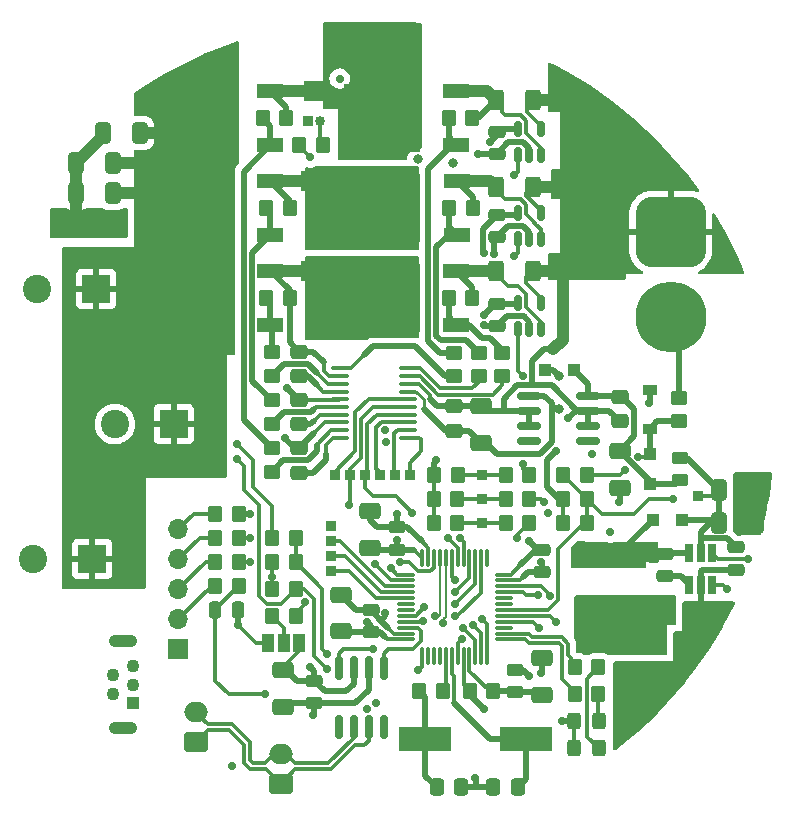
<source format=gtl>
G04 #@! TF.GenerationSoftware,KiCad,Pcbnew,6.0.11+dfsg-1*
G04 #@! TF.CreationDate,2025-03-20T11:06:44-04:00*
G04 #@! TF.ProjectId,foc-board,666f632d-626f-4617-9264-2e6b69636164,rev?*
G04 #@! TF.SameCoordinates,Original*
G04 #@! TF.FileFunction,Copper,L1,Top*
G04 #@! TF.FilePolarity,Positive*
%FSLAX46Y46*%
G04 Gerber Fmt 4.6, Leading zero omitted, Abs format (unit mm)*
G04 Created by KiCad (PCBNEW 6.0.11+dfsg-1) date 2025-03-20 11:06:44*
%MOMM*%
%LPD*%
G01*
G04 APERTURE LIST*
G04 Aperture macros list*
%AMRoundRect*
0 Rectangle with rounded corners*
0 $1 Rounding radius*
0 $2 $3 $4 $5 $6 $7 $8 $9 X,Y pos of 4 corners*
0 Add a 4 corners polygon primitive as box body*
4,1,4,$2,$3,$4,$5,$6,$7,$8,$9,$2,$3,0*
0 Add four circle primitives for the rounded corners*
1,1,$1+$1,$2,$3*
1,1,$1+$1,$4,$5*
1,1,$1+$1,$6,$7*
1,1,$1+$1,$8,$9*
0 Add four rect primitives between the rounded corners*
20,1,$1+$1,$2,$3,$4,$5,0*
20,1,$1+$1,$4,$5,$6,$7,0*
20,1,$1+$1,$6,$7,$8,$9,0*
20,1,$1+$1,$8,$9,$2,$3,0*%
G04 Aperture macros list end*
G04 #@! TA.AperFunction,SMDPad,CuDef*
%ADD10RoundRect,0.250000X-0.412500X-0.650000X0.412500X-0.650000X0.412500X0.650000X-0.412500X0.650000X0*%
G04 #@! TD*
G04 #@! TA.AperFunction,ComponentPad*
%ADD11R,1.700000X1.700000*%
G04 #@! TD*
G04 #@! TA.AperFunction,SMDPad,CuDef*
%ADD12RoundRect,0.250000X0.450000X-0.350000X0.450000X0.350000X-0.450000X0.350000X-0.450000X-0.350000X0*%
G04 #@! TD*
G04 #@! TA.AperFunction,SMDPad,CuDef*
%ADD13R,0.650000X1.560000*%
G04 #@! TD*
G04 #@! TA.AperFunction,SMDPad,CuDef*
%ADD14RoundRect,0.250000X-0.350000X-0.450000X0.350000X-0.450000X0.350000X0.450000X-0.350000X0.450000X0*%
G04 #@! TD*
G04 #@! TA.AperFunction,SMDPad,CuDef*
%ADD15RoundRect,0.250000X-0.337500X-0.475000X0.337500X-0.475000X0.337500X0.475000X-0.337500X0.475000X0*%
G04 #@! TD*
G04 #@! TA.AperFunction,SMDPad,CuDef*
%ADD16RoundRect,0.150000X0.150000X-0.512500X0.150000X0.512500X-0.150000X0.512500X-0.150000X-0.512500X0*%
G04 #@! TD*
G04 #@! TA.AperFunction,SMDPad,CuDef*
%ADD17RoundRect,0.250000X0.475000X-0.250000X0.475000X0.250000X-0.475000X0.250000X-0.475000X-0.250000X0*%
G04 #@! TD*
G04 #@! TA.AperFunction,SMDPad,CuDef*
%ADD18RoundRect,0.250000X-0.475000X0.250000X-0.475000X-0.250000X0.475000X-0.250000X0.475000X0.250000X0*%
G04 #@! TD*
G04 #@! TA.AperFunction,ComponentPad*
%ADD19R,2.400000X2.400000*%
G04 #@! TD*
G04 #@! TA.AperFunction,ComponentPad*
%ADD20C,2.400000*%
G04 #@! TD*
G04 #@! TA.AperFunction,ComponentPad*
%ADD21R,0.850000X0.850000*%
G04 #@! TD*
G04 #@! TA.AperFunction,ComponentPad*
%ADD22O,0.850000X0.850000*%
G04 #@! TD*
G04 #@! TA.AperFunction,SMDPad,CuDef*
%ADD23RoundRect,0.100000X0.637500X0.100000X-0.637500X0.100000X-0.637500X-0.100000X0.637500X-0.100000X0*%
G04 #@! TD*
G04 #@! TA.AperFunction,SMDPad,CuDef*
%ADD24RoundRect,0.250000X0.475000X-0.337500X0.475000X0.337500X-0.475000X0.337500X-0.475000X-0.337500X0*%
G04 #@! TD*
G04 #@! TA.AperFunction,SMDPad,CuDef*
%ADD25RoundRect,0.075000X0.075000X-0.662500X0.075000X0.662500X-0.075000X0.662500X-0.075000X-0.662500X0*%
G04 #@! TD*
G04 #@! TA.AperFunction,SMDPad,CuDef*
%ADD26RoundRect,0.075000X0.662500X-0.075000X0.662500X0.075000X-0.662500X0.075000X-0.662500X-0.075000X0*%
G04 #@! TD*
G04 #@! TA.AperFunction,SMDPad,CuDef*
%ADD27RoundRect,0.250000X0.350000X0.450000X-0.350000X0.450000X-0.350000X-0.450000X0.350000X-0.450000X0*%
G04 #@! TD*
G04 #@! TA.AperFunction,SMDPad,CuDef*
%ADD28RoundRect,0.250000X0.250000X0.475000X-0.250000X0.475000X-0.250000X-0.475000X0.250000X-0.475000X0*%
G04 #@! TD*
G04 #@! TA.AperFunction,SMDPad,CuDef*
%ADD29RoundRect,0.250000X0.450000X-0.262500X0.450000X0.262500X-0.450000X0.262500X-0.450000X-0.262500X0*%
G04 #@! TD*
G04 #@! TA.AperFunction,SMDPad,CuDef*
%ADD30RoundRect,0.250000X0.650000X-0.412500X0.650000X0.412500X-0.650000X0.412500X-0.650000X-0.412500X0*%
G04 #@! TD*
G04 #@! TA.AperFunction,SMDPad,CuDef*
%ADD31RoundRect,0.250000X0.337500X0.475000X-0.337500X0.475000X-0.337500X-0.475000X0.337500X-0.475000X0*%
G04 #@! TD*
G04 #@! TA.AperFunction,SMDPad,CuDef*
%ADD32R,2.200000X1.200000*%
G04 #@! TD*
G04 #@! TA.AperFunction,SMDPad,CuDef*
%ADD33R,6.400000X5.800000*%
G04 #@! TD*
G04 #@! TA.AperFunction,SMDPad,CuDef*
%ADD34R,5.700000X1.600000*%
G04 #@! TD*
G04 #@! TA.AperFunction,SMDPad,CuDef*
%ADD35RoundRect,0.250000X0.412500X0.650000X-0.412500X0.650000X-0.412500X-0.650000X0.412500X-0.650000X0*%
G04 #@! TD*
G04 #@! TA.AperFunction,SMDPad,CuDef*
%ADD36RoundRect,0.250000X0.325000X0.450000X-0.325000X0.450000X-0.325000X-0.450000X0.325000X-0.450000X0*%
G04 #@! TD*
G04 #@! TA.AperFunction,SMDPad,CuDef*
%ADD37R,1.000000X1.000000*%
G04 #@! TD*
G04 #@! TA.AperFunction,SMDPad,CuDef*
%ADD38R,1.200000X0.900000*%
G04 #@! TD*
G04 #@! TA.AperFunction,ComponentPad*
%ADD39RoundRect,0.250000X0.750000X-0.600000X0.750000X0.600000X-0.750000X0.600000X-0.750000X-0.600000X0*%
G04 #@! TD*
G04 #@! TA.AperFunction,ComponentPad*
%ADD40O,2.000000X1.700000*%
G04 #@! TD*
G04 #@! TA.AperFunction,SMDPad,CuDef*
%ADD41RoundRect,0.250000X-0.400000X-0.625000X0.400000X-0.625000X0.400000X0.625000X-0.400000X0.625000X0*%
G04 #@! TD*
G04 #@! TA.AperFunction,SMDPad,CuDef*
%ADD42R,4.500000X2.000000*%
G04 #@! TD*
G04 #@! TA.AperFunction,SMDPad,CuDef*
%ADD43RoundRect,0.250000X-0.450000X0.262500X-0.450000X-0.262500X0.450000X-0.262500X0.450000X0.262500X0*%
G04 #@! TD*
G04 #@! TA.AperFunction,SMDPad,CuDef*
%ADD44RoundRect,0.150000X-0.150000X0.825000X-0.150000X-0.825000X0.150000X-0.825000X0.150000X0.825000X0*%
G04 #@! TD*
G04 #@! TA.AperFunction,SMDPad,CuDef*
%ADD45R,1.000000X1.500000*%
G04 #@! TD*
G04 #@! TA.AperFunction,ComponentPad*
%ADD46R,1.100000X1.100000*%
G04 #@! TD*
G04 #@! TA.AperFunction,ComponentPad*
%ADD47C,1.100000*%
G04 #@! TD*
G04 #@! TA.AperFunction,ComponentPad*
%ADD48O,2.400000X1.100000*%
G04 #@! TD*
G04 #@! TA.AperFunction,SMDPad,CuDef*
%ADD49RoundRect,0.150000X-0.825000X-0.150000X0.825000X-0.150000X0.825000X0.150000X-0.825000X0.150000X0*%
G04 #@! TD*
G04 #@! TA.AperFunction,ComponentPad*
%ADD50RoundRect,1.500000X-1.500000X1.500000X-1.500000X-1.500000X1.500000X-1.500000X1.500000X1.500000X0*%
G04 #@! TD*
G04 #@! TA.AperFunction,ComponentPad*
%ADD51C,6.000000*%
G04 #@! TD*
G04 #@! TA.AperFunction,SMDPad,CuDef*
%ADD52RoundRect,0.250000X-0.650000X0.412500X-0.650000X-0.412500X0.650000X-0.412500X0.650000X0.412500X0*%
G04 #@! TD*
G04 #@! TA.AperFunction,ComponentPad*
%ADD53O,1.700000X1.700000*%
G04 #@! TD*
G04 #@! TA.AperFunction,SMDPad,CuDef*
%ADD54RoundRect,0.250000X-0.450000X0.350000X-0.450000X-0.350000X0.450000X-0.350000X0.450000X0.350000X0*%
G04 #@! TD*
G04 #@! TA.AperFunction,SMDPad,CuDef*
%ADD55RoundRect,0.250000X-0.475000X0.337500X-0.475000X-0.337500X0.475000X-0.337500X0.475000X0.337500X0*%
G04 #@! TD*
G04 #@! TA.AperFunction,ViaPad*
%ADD56C,0.700000*%
G04 #@! TD*
G04 #@! TA.AperFunction,ViaPad*
%ADD57C,0.800000*%
G04 #@! TD*
G04 #@! TA.AperFunction,Conductor*
%ADD58C,0.500000*%
G04 #@! TD*
G04 #@! TA.AperFunction,Conductor*
%ADD59C,0.300000*%
G04 #@! TD*
G04 #@! TA.AperFunction,Conductor*
%ADD60C,1.000000*%
G04 #@! TD*
G04 #@! TA.AperFunction,Conductor*
%ADD61C,0.250000*%
G04 #@! TD*
G04 #@! TA.AperFunction,Conductor*
%ADD62C,0.200000*%
G04 #@! TD*
G04 APERTURE END LIST*
D10*
X132549500Y-111760000D03*
X135674500Y-111760000D03*
D11*
X102640000Y-82764000D03*
D12*
X116864000Y-91678000D03*
X116864000Y-89678000D03*
D13*
X134710000Y-109340000D03*
X135660000Y-109340000D03*
X136610000Y-109340000D03*
X136610000Y-106640000D03*
X135660000Y-106640000D03*
X134710000Y-106640000D03*
D14*
X124984000Y-116332000D03*
X126984000Y-116332000D03*
D15*
X118112500Y-126452000D03*
X120187500Y-126452000D03*
D16*
X120208000Y-72979500D03*
X121158000Y-72979500D03*
X122108000Y-72979500D03*
X122108000Y-70704500D03*
X120208000Y-70704500D03*
D14*
X98846000Y-77429000D03*
X100846000Y-77429000D03*
D17*
X132612000Y-108620000D03*
X132612000Y-106720000D03*
D18*
X109982000Y-104460000D03*
X109982000Y-106360000D03*
D17*
X122198000Y-108286000D03*
X122198000Y-106386000D03*
D14*
X124984000Y-118618000D03*
X126984000Y-118618000D03*
D19*
X84135959Y-107148000D03*
D20*
X79135959Y-107148000D03*
D16*
X120208000Y-80091500D03*
X121158000Y-80091500D03*
X122108000Y-80091500D03*
X122108000Y-77816500D03*
X120208000Y-77816500D03*
D21*
X102394000Y-70064000D03*
D22*
X103394000Y-70064000D03*
D21*
X109752000Y-100036000D03*
D23*
X110836500Y-96865000D03*
X110836500Y-96215000D03*
X110836500Y-95565000D03*
X110836500Y-94915000D03*
X110836500Y-94265000D03*
X110836500Y-93615000D03*
X110836500Y-92965000D03*
X110836500Y-92315000D03*
X110836500Y-91665000D03*
X110836500Y-91015000D03*
X105111500Y-91015000D03*
X105111500Y-91665000D03*
X105111500Y-92315000D03*
X105111500Y-92965000D03*
X105111500Y-93615000D03*
X105111500Y-94265000D03*
X105111500Y-94915000D03*
X105111500Y-95565000D03*
X105111500Y-96215000D03*
X105111500Y-96865000D03*
D19*
X84467918Y-84288000D03*
D20*
X79467918Y-84288000D03*
D14*
X94528000Y-109434000D03*
X96528000Y-109434000D03*
D24*
X114808000Y-96309000D03*
X114808000Y-94234000D03*
D21*
X105942000Y-100036000D03*
D25*
X112082000Y-115374500D03*
X112582000Y-115374500D03*
X113082000Y-115374500D03*
X113582000Y-115374500D03*
X114082000Y-115374500D03*
X114582000Y-115374500D03*
X115082000Y-115374500D03*
X115582000Y-115374500D03*
X116082000Y-115374500D03*
X116582000Y-115374500D03*
X117082000Y-115374500D03*
X117582000Y-115374500D03*
D26*
X118994500Y-113962000D03*
X118994500Y-113462000D03*
X118994500Y-112962000D03*
X118994500Y-112462000D03*
X118994500Y-111962000D03*
X118994500Y-111462000D03*
X118994500Y-110962000D03*
X118994500Y-110462000D03*
X118994500Y-109962000D03*
X118994500Y-109462000D03*
X118994500Y-108962000D03*
X118994500Y-108462000D03*
D25*
X117582000Y-107049500D03*
X117082000Y-107049500D03*
X116582000Y-107049500D03*
X116082000Y-107049500D03*
X115582000Y-107049500D03*
X115082000Y-107049500D03*
X114582000Y-107049500D03*
X114082000Y-107049500D03*
X113582000Y-107049500D03*
X113082000Y-107049500D03*
X112582000Y-107049500D03*
X112082000Y-107049500D03*
D26*
X110669500Y-108462000D03*
X110669500Y-108962000D03*
X110669500Y-109462000D03*
X110669500Y-109962000D03*
X110669500Y-110462000D03*
X110669500Y-110962000D03*
X110669500Y-111462000D03*
X110669500Y-111962000D03*
X110669500Y-112462000D03*
X110669500Y-112962000D03*
X110669500Y-113462000D03*
X110669500Y-113962000D03*
D27*
X126008000Y-102068000D03*
X124008000Y-102068000D03*
D28*
X96478000Y-111466000D03*
X94578000Y-111466000D03*
D29*
X133882000Y-100440500D03*
X133882000Y-98615500D03*
D27*
X113816000Y-118324000D03*
X111816000Y-118324000D03*
D12*
X99338000Y-99766000D03*
X99338000Y-97766000D03*
D30*
X105180000Y-113282500D03*
X105180000Y-110157500D03*
D31*
X115383000Y-126452000D03*
X113308000Y-126452000D03*
D32*
X99226000Y-72090000D03*
D33*
X92926000Y-69810000D03*
D32*
X99226000Y-67530000D03*
D34*
X128040000Y-106830000D03*
X128040000Y-111530000D03*
D12*
X99338000Y-95702000D03*
X99338000Y-93702000D03*
X118872000Y-91678000D03*
X118872000Y-89678000D03*
D27*
X101354000Y-105370000D03*
X99354000Y-105370000D03*
D17*
X138684000Y-108072000D03*
X138684000Y-106172000D03*
D27*
X115062000Y-102108000D03*
X113062000Y-102108000D03*
D21*
X104672000Y-100036000D03*
D14*
X119142000Y-100036000D03*
X121142000Y-100036000D03*
X94528000Y-103338000D03*
X96528000Y-103338000D03*
D35*
X88200500Y-71080000D03*
X85075500Y-71080000D03*
D10*
X132041500Y-114260000D03*
X135166500Y-114260000D03*
D36*
X127009000Y-123190000D03*
X124959000Y-123190000D03*
D27*
X115078000Y-100036000D03*
X113078000Y-100036000D03*
D32*
X99191000Y-79709000D03*
D33*
X92891000Y-77429000D03*
D32*
X99191000Y-75149000D03*
X115016000Y-79710000D03*
D33*
X108716000Y-77430000D03*
D32*
X115016000Y-75150000D03*
D21*
X107212000Y-100038000D03*
D10*
X137184000Y-101306000D03*
X140309000Y-101306000D03*
D36*
X127009000Y-120904000D03*
X124959000Y-120904000D03*
D16*
X120208000Y-87711500D03*
X121158000Y-87711500D03*
X122108000Y-87711500D03*
X122108000Y-85436500D03*
X120208000Y-85436500D03*
D17*
X118388000Y-87458000D03*
X118388000Y-85558000D03*
D37*
X131342000Y-100778000D03*
X131342000Y-98278000D03*
D38*
X131342000Y-96098000D03*
X131342000Y-92798000D03*
D39*
X100100000Y-126198000D03*
D40*
X100100000Y-123698000D03*
D41*
X118342000Y-82764000D03*
X121442000Y-82764000D03*
X118342000Y-68286000D03*
X121442000Y-68286000D03*
D18*
X107720000Y-111466000D03*
X107720000Y-113366000D03*
D27*
X126008000Y-100036000D03*
X124008000Y-100036000D03*
D24*
X101624000Y-95739500D03*
X101624000Y-93664500D03*
D17*
X118388000Y-72858000D03*
X118388000Y-70958000D03*
D41*
X118342000Y-75652000D03*
X121442000Y-75652000D03*
D14*
X99354000Y-112014000D03*
X101354000Y-112014000D03*
D21*
X117134000Y-102068000D03*
D14*
X119142000Y-104100000D03*
X121142000Y-104100000D03*
X114324000Y-85050000D03*
X116324000Y-85050000D03*
D39*
X92971000Y-122622000D03*
D40*
X92971000Y-120122000D03*
D37*
X124948000Y-91186000D03*
X122448000Y-91186000D03*
D21*
X117134000Y-100036000D03*
X135406000Y-101814000D03*
D14*
X114324000Y-69810000D03*
X116324000Y-69810000D03*
D42*
X112360000Y-122388000D03*
X120860000Y-122388000D03*
D32*
X114968000Y-72089000D03*
D33*
X108668000Y-69809000D03*
D32*
X114968000Y-67529000D03*
D43*
X119912000Y-116546000D03*
X119912000Y-118371000D03*
D24*
X101624000Y-99825000D03*
X101624000Y-97750000D03*
D14*
X114366000Y-77430000D03*
X116366000Y-77430000D03*
D21*
X111022000Y-100036000D03*
D44*
X108839000Y-116397000D03*
X107569000Y-116397000D03*
X106299000Y-116397000D03*
X105029000Y-116397000D03*
X105029000Y-121347000D03*
X106299000Y-121347000D03*
X107569000Y-121347000D03*
X108839000Y-121347000D03*
D14*
X98846000Y-85050000D03*
X100846000Y-85050000D03*
D27*
X126008000Y-104100000D03*
X124008000Y-104100000D03*
D21*
X108482000Y-100036000D03*
D27*
X118102000Y-118324000D03*
X116102000Y-118324000D03*
D11*
X102894000Y-67524000D03*
D45*
X99054000Y-114300000D03*
X100354000Y-114300000D03*
X101654000Y-114300000D03*
D46*
X87626000Y-119378000D03*
D47*
X85876000Y-118578000D03*
X87626000Y-117778000D03*
X85876000Y-116978000D03*
X87626000Y-116178000D03*
D48*
X86751000Y-121428000D03*
X86751000Y-114128000D03*
D17*
X102894000Y-119340000D03*
X102894000Y-117440000D03*
X118388000Y-79904000D03*
X118388000Y-78004000D03*
D30*
X107696000Y-106210500D03*
X107696000Y-103085500D03*
D14*
X98576000Y-69810000D03*
X100576000Y-69810000D03*
D21*
X104394000Y-105664000D03*
X104394000Y-108204000D03*
D49*
X121158000Y-93345000D03*
X121158000Y-94615000D03*
X121158000Y-95885000D03*
X121158000Y-97155000D03*
X126108000Y-97155000D03*
X126108000Y-95885000D03*
X126108000Y-94615000D03*
X126108000Y-93345000D03*
D50*
X133120000Y-79462000D03*
D51*
X133120000Y-86662000D03*
D52*
X128802000Y-98036500D03*
X128802000Y-101161500D03*
D14*
X101640000Y-72096000D03*
X103640000Y-72096000D03*
D21*
X104394000Y-106934000D03*
D37*
X134092000Y-103846000D03*
X131592000Y-103846000D03*
D21*
X117134000Y-104100000D03*
D10*
X137184000Y-104100000D03*
X140309000Y-104100000D03*
D14*
X99354000Y-109728000D03*
X101354000Y-109728000D03*
D24*
X101624000Y-91656000D03*
X101624000Y-89581000D03*
D32*
X114968000Y-87328000D03*
D33*
X108668000Y-85048000D03*
D32*
X114968000Y-82768000D03*
D11*
X91440000Y-114808000D03*
D53*
X91440000Y-112268000D03*
X91440000Y-109728000D03*
X91440000Y-107188000D03*
X91440000Y-104648000D03*
D14*
X94528000Y-107402000D03*
X96528000Y-107402000D03*
D54*
X133858000Y-93488000D03*
X133858000Y-95488000D03*
D55*
X128802000Y-93410500D03*
X128802000Y-95485500D03*
D35*
X85914500Y-76160000D03*
X82789500Y-76160000D03*
X85914500Y-73620000D03*
X82789500Y-73620000D03*
D52*
X100330000Y-116586000D03*
X100330000Y-119711000D03*
D14*
X119142000Y-102068000D03*
X121142000Y-102068000D03*
D12*
X114808000Y-91678000D03*
X114808000Y-89678000D03*
D21*
X104394000Y-104394000D03*
D14*
X94528000Y-105370000D03*
X96528000Y-105370000D03*
D27*
X115046000Y-104140000D03*
X113046000Y-104140000D03*
D30*
X122198000Y-118655000D03*
X122198000Y-115530000D03*
D32*
X99226000Y-87330000D03*
D33*
X92926000Y-85050000D03*
D32*
X99226000Y-82770000D03*
D30*
X117094000Y-97359000D03*
X117094000Y-94234000D03*
D11*
X102640000Y-75144000D03*
D19*
X91051795Y-95718000D03*
D20*
X86051795Y-95718000D03*
D12*
X99338000Y-91638000D03*
X99338000Y-89638000D03*
D14*
X99354000Y-107402000D03*
X101354000Y-107402000D03*
D56*
X129794000Y-117348000D03*
X138938000Y-103378000D03*
X83336000Y-77938000D03*
X129794000Y-121412000D03*
X128778000Y-102362000D03*
X83336000Y-78700000D03*
X123444000Y-98044000D03*
X126492000Y-98298000D03*
X113284000Y-98806000D03*
X131826000Y-119380000D03*
X85622000Y-79462000D03*
X131826000Y-117348000D03*
X122174000Y-107442000D03*
X138938000Y-104902000D03*
X138938000Y-100330000D03*
X84098000Y-77938000D03*
X131826000Y-118364000D03*
X138938000Y-101092000D03*
X128778000Y-120396000D03*
X128778000Y-118364000D03*
X82574000Y-78700000D03*
X133858000Y-116332000D03*
X128778000Y-119380000D03*
X134874000Y-116332000D03*
X117348000Y-119888000D03*
X105093500Y-66468664D03*
X84860000Y-78700000D03*
X132842000Y-117348000D03*
X86384000Y-77938000D03*
X86384000Y-79462000D03*
X82574000Y-77938000D03*
X130810000Y-120396000D03*
X128778000Y-121412000D03*
X84860000Y-77938000D03*
X128778000Y-122428000D03*
X96012000Y-124714000D03*
X81050000Y-77938000D03*
X85622000Y-78700000D03*
X84098000Y-78700000D03*
X81812000Y-77938000D03*
X130810000Y-117348000D03*
X81050000Y-79462000D03*
X85622000Y-77938000D03*
X102870000Y-120396000D03*
X108966000Y-111760000D03*
X83336000Y-79462000D03*
X128778000Y-117348000D03*
X124460000Y-95250000D03*
X129794000Y-118364000D03*
X109982000Y-103378000D03*
X81812000Y-79462000D03*
X138938000Y-101854000D03*
X81050000Y-78700000D03*
X96520000Y-112776000D03*
X132842000Y-118364000D03*
X116840000Y-72898000D03*
X129794000Y-119380000D03*
X130810000Y-118364000D03*
X132842000Y-116332000D03*
X108976000Y-97272000D03*
X118172500Y-81339500D03*
X82574000Y-79462000D03*
X138938000Y-102616000D03*
X86384000Y-78700000D03*
X84860000Y-79462000D03*
X84098000Y-79462000D03*
X131826000Y-116332000D03*
X131318000Y-93980000D03*
X129794000Y-120396000D03*
X128778000Y-116332000D03*
X129794000Y-116332000D03*
X122174000Y-116840000D03*
X133858000Y-117348000D03*
X117348000Y-87376000D03*
X130810000Y-116332000D03*
X116586000Y-125730000D03*
X138938000Y-104140000D03*
X130810000Y-119380000D03*
X81812000Y-78700000D03*
D57*
X123698000Y-91694000D03*
X123698000Y-94488000D03*
D56*
X139700000Y-107161626D03*
X133350000Y-102108000D03*
X116423343Y-112745552D03*
X111760000Y-116586000D03*
X137922000Y-109728000D03*
X128524000Y-114554000D03*
X122712448Y-103215343D03*
X117348000Y-86476497D03*
X125476000Y-114554000D03*
X126492000Y-113030000D03*
X126492000Y-114554000D03*
X108966000Y-96264500D03*
X125984000Y-113792000D03*
X117275478Y-81272742D03*
X128016000Y-113792000D03*
X125476000Y-113030000D03*
X130556000Y-114554000D03*
X127508000Y-114554000D03*
X123952000Y-120904000D03*
X128524000Y-113030000D03*
X99354000Y-108672000D03*
X102616000Y-116332000D03*
X107442000Y-112522000D03*
X97536000Y-103378000D03*
X129540000Y-114554000D03*
X129032000Y-113792000D03*
X121158000Y-117094000D03*
X130048000Y-113792000D03*
X121158000Y-105664000D03*
X127508000Y-113030000D03*
X109982000Y-105509500D03*
X117850422Y-71810952D03*
X128016000Y-104902000D03*
X129540000Y-113030000D03*
X130556000Y-113030000D03*
X127000000Y-113792000D03*
X115570000Y-113030000D03*
X88924000Y-82002000D03*
X88162000Y-89622000D03*
X83590000Y-88098000D03*
X85114000Y-81240000D03*
X85876000Y-86574000D03*
X86614000Y-91186000D03*
X82828000Y-88860000D03*
X82828000Y-86574000D03*
X88924000Y-77430000D03*
X82042000Y-90424000D03*
X87376000Y-90424000D03*
X85114000Y-88860000D03*
X87400000Y-86574000D03*
X85852000Y-90424000D03*
X83590000Y-81240000D03*
X88162000Y-78192000D03*
X88924000Y-86574000D03*
X85876000Y-88098000D03*
X87400000Y-89622000D03*
X82042000Y-91186000D03*
X83566000Y-91186000D03*
X85090000Y-90424000D03*
X84352000Y-87336000D03*
X85876000Y-87336000D03*
X85114000Y-82002000D03*
X86614000Y-90424000D03*
X86638000Y-82002000D03*
X88162000Y-87336000D03*
X86638000Y-87336000D03*
X84352000Y-89622000D03*
X84352000Y-82002000D03*
X83590000Y-87336000D03*
X82066000Y-88098000D03*
X85876000Y-82002000D03*
X88924000Y-78192000D03*
X88924000Y-81240000D03*
X87400000Y-81240000D03*
X82066000Y-89622000D03*
X88924000Y-79716000D03*
X85114000Y-86574000D03*
X85114000Y-87336000D03*
X88924000Y-87336000D03*
X82828000Y-82002000D03*
X87376000Y-91186000D03*
X82804000Y-91186000D03*
X82066000Y-87336000D03*
X82066000Y-88860000D03*
X82828000Y-89622000D03*
X85876000Y-89622000D03*
X85114000Y-88098000D03*
X88138000Y-91186000D03*
X88162000Y-80478000D03*
X88924000Y-78954000D03*
X84328000Y-91186000D03*
X88924000Y-80478000D03*
X88162000Y-81240000D03*
X84328000Y-90424000D03*
X83590000Y-88860000D03*
X85876000Y-81240000D03*
X83566000Y-90424000D03*
X82066000Y-82002000D03*
X85852000Y-91186000D03*
X88162000Y-88098000D03*
X82066000Y-86574000D03*
X82066000Y-81240000D03*
X88162000Y-86574000D03*
X88900000Y-90424000D03*
X82828000Y-87336000D03*
X83590000Y-82002000D03*
X88162000Y-88860000D03*
X85090000Y-91186000D03*
X88162000Y-77430000D03*
X86638000Y-89622000D03*
X85114000Y-89622000D03*
X82828000Y-81240000D03*
X87400000Y-82002000D03*
X88138000Y-90424000D03*
X87400000Y-88860000D03*
X86638000Y-88098000D03*
X83590000Y-86574000D03*
X86638000Y-86574000D03*
X88924000Y-88098000D03*
X86638000Y-81240000D03*
X87400000Y-88098000D03*
X88900000Y-91186000D03*
X84352000Y-81240000D03*
X88924000Y-89622000D03*
X82804000Y-90424000D03*
X88162000Y-78954000D03*
X85876000Y-88860000D03*
X87400000Y-87336000D03*
X84352000Y-88860000D03*
X83590000Y-89622000D03*
X82828000Y-88098000D03*
X88924000Y-88860000D03*
X84352000Y-86574000D03*
X88162000Y-79716000D03*
X86638000Y-88860000D03*
X88162000Y-82002000D03*
X84352000Y-88098000D03*
X117156067Y-112223804D03*
X130375082Y-98478918D03*
X129244418Y-99609582D03*
X98806000Y-118618000D03*
X115454250Y-113922023D03*
X110236000Y-107442000D03*
X97536000Y-105410000D03*
X97536000Y-107442000D03*
X109474000Y-107950000D03*
X100425703Y-96933780D03*
D57*
X111720000Y-73308502D03*
D56*
X100608000Y-92670000D03*
D57*
X114696000Y-73620000D03*
D56*
X96393000Y-97409000D03*
X121973622Y-112976378D03*
X104013000Y-115189000D03*
X108204000Y-119380000D03*
X96393000Y-98679000D03*
X104035184Y-116436816D03*
X107420868Y-119822500D03*
X123444000Y-112522000D03*
X102616000Y-73152000D03*
X122428000Y-102362000D03*
X119888000Y-81534000D03*
X120142000Y-105410000D03*
X119888000Y-74676000D03*
X112268000Y-111252000D03*
X102195771Y-110808367D03*
X120650000Y-99097500D03*
X120607513Y-91656500D03*
X111252000Y-103253000D03*
X114870500Y-112014000D03*
X105918000Y-102553500D03*
X114870500Y-110998000D03*
X114870500Y-109982000D03*
X115316000Y-105410000D03*
X114300000Y-105410000D03*
X114870500Y-108966000D03*
X107950000Y-114808000D03*
X112116664Y-112406157D03*
X108077000Y-107569000D03*
X122864373Y-110280870D03*
X121920000Y-110236000D03*
X113184433Y-111935496D03*
X113856185Y-112607248D03*
D58*
X135660000Y-105434000D02*
X135660000Y-104878000D01*
X134092000Y-103846000D02*
X136930000Y-103846000D01*
D59*
X135406000Y-101814000D02*
X136676000Y-101814000D01*
X136676000Y-101814000D02*
X137184000Y-101306000D01*
D58*
X135684000Y-105410000D02*
X135660000Y-105434000D01*
X134493500Y-98615500D02*
X137184000Y-101306000D01*
X135660000Y-104878000D02*
X136438000Y-104100000D01*
X133882000Y-98615500D02*
X134493500Y-98615500D01*
X136930000Y-103846000D02*
X137184000Y-104100000D01*
X137184000Y-101306000D02*
X137184000Y-104100000D01*
X136438000Y-104100000D02*
X137184000Y-104100000D01*
X138684000Y-106172000D02*
X137922000Y-105410000D01*
X137922000Y-105410000D02*
X135684000Y-105410000D01*
X135660000Y-106640000D02*
X135660000Y-105434000D01*
X113370528Y-94234000D02*
X114808000Y-94234000D01*
X96478000Y-111466000D02*
X96478000Y-112734000D01*
D59*
X112582000Y-107049500D02*
X112582000Y-106210959D01*
D58*
X116102000Y-118642000D02*
X117348000Y-119888000D01*
D59*
X120913106Y-68814894D02*
X121442000Y-68286000D01*
X110836500Y-92315000D02*
X111818106Y-92315000D01*
X113062000Y-102108000D02*
X113062000Y-104124000D01*
D58*
X102894000Y-120372000D02*
X102870000Y-120396000D01*
X119247000Y-86599000D02*
X118388000Y-87458000D01*
X118999000Y-94615000D02*
X117475000Y-94615000D01*
D59*
X112582000Y-106210959D02*
X112024521Y-105653479D01*
X103394000Y-70064000D02*
X103394000Y-71850000D01*
D58*
X107696000Y-103886000D02*
X108270000Y-104460000D01*
X122198000Y-115530000D02*
X122198000Y-116816000D01*
D59*
X121442000Y-75662000D02*
X120904000Y-76200000D01*
D58*
X122428000Y-89408000D02*
X123190000Y-89408000D01*
D59*
X121442000Y-75652000D02*
X121442000Y-75662000D01*
X113078000Y-100036000D02*
X113078000Y-102092000D01*
D58*
X128802000Y-101161500D02*
X128802000Y-102338000D01*
D59*
X124008000Y-102068000D02*
X124008000Y-104100000D01*
D58*
X123444000Y-98044000D02*
X122682000Y-98806000D01*
X120650000Y-92456000D02*
X120142000Y-92456000D01*
X116840000Y-72898000D02*
X116880000Y-72858000D01*
X117430000Y-87458000D02*
X117348000Y-87376000D01*
D59*
X113062000Y-104124000D02*
X113046000Y-104140000D01*
D58*
X114808000Y-94234000D02*
X117094000Y-94234000D01*
X126108000Y-94615000D02*
X125095000Y-94615000D01*
X127931500Y-94615000D02*
X128802000Y-95485500D01*
D59*
X113078000Y-102092000D02*
X113062000Y-102108000D01*
D58*
X121158000Y-79502000D02*
X120585000Y-78929000D01*
X106426000Y-119380000D02*
X102934000Y-119380000D01*
X122682000Y-98806000D02*
X122682000Y-101092000D01*
X108966000Y-112014000D02*
X108966000Y-111760000D01*
X128802000Y-102338000D02*
X128778000Y-102362000D01*
X109982000Y-104460000D02*
X109982000Y-103378000D01*
X118388000Y-87458000D02*
X117430000Y-87458000D01*
X122682000Y-101092000D02*
X123658000Y-102068000D01*
X126108000Y-95885000D02*
X126108000Y-94615000D01*
X109220000Y-113030000D02*
X109220000Y-112966000D01*
X116626000Y-125770000D02*
X116586000Y-125730000D01*
X113078000Y-100036000D02*
X113078000Y-99012000D01*
X122198000Y-107466000D02*
X122174000Y-107442000D01*
X109220000Y-112966000D02*
X108617000Y-112363000D01*
X108617000Y-112363000D02*
X107720000Y-111466000D01*
X118999000Y-93599000D02*
X118999000Y-94615000D01*
X112024521Y-105653479D02*
X110831041Y-104460000D01*
D59*
X122108000Y-70704500D02*
X122108000Y-70527786D01*
D58*
X121412000Y-90424000D02*
X122428000Y-89408000D01*
X108617000Y-112363000D02*
X108966000Y-112014000D01*
D59*
X120904000Y-76200000D02*
X120904000Y-76435787D01*
D60*
X121442000Y-82764000D02*
X123976000Y-82764000D01*
D58*
X116102000Y-118324000D02*
X116102000Y-118642000D01*
D59*
X122108000Y-70527786D02*
X120913106Y-69332893D01*
D58*
X120142000Y-92456000D02*
X118999000Y-93599000D01*
D60*
X121442000Y-68286000D02*
X123722000Y-68286000D01*
D59*
X120913106Y-69332893D02*
X120913106Y-68814894D01*
D60*
X82789500Y-76160000D02*
X82789500Y-77722500D01*
D58*
X138684000Y-108072000D02*
X135768000Y-108072000D01*
X116880000Y-72858000D02*
X118388000Y-72858000D01*
D59*
X121442000Y-82764000D02*
X121442000Y-82774000D01*
D58*
X107720000Y-111466000D02*
X106488500Y-111466000D01*
X140309000Y-101306000D02*
X140309000Y-104100000D01*
X120635000Y-71867000D02*
X119379000Y-71867000D01*
X116626000Y-126452000D02*
X118112500Y-126452000D01*
X122198000Y-116816000D02*
X122174000Y-116840000D01*
X117475000Y-94615000D02*
X117094000Y-94234000D01*
D60*
X123190000Y-89408000D02*
X123976000Y-88622000D01*
D58*
X121158000Y-95885000D02*
X121158000Y-94615000D01*
D60*
X123976000Y-88622000D02*
X123976000Y-82764000D01*
X85075500Y-71080000D02*
X85075500Y-71334000D01*
D58*
X120585000Y-78929000D02*
X119363000Y-78929000D01*
D59*
X115582000Y-115374500D02*
X115582000Y-117804000D01*
D58*
X100408500Y-119340000D02*
X100330000Y-119418500D01*
X125095000Y-94615000D02*
X124460000Y-95250000D01*
D60*
X121442000Y-75652000D02*
X124230000Y-75652000D01*
D58*
X120658000Y-86599000D02*
X119247000Y-86599000D01*
X102894000Y-119340000D02*
X100408500Y-119340000D01*
X121158000Y-87099000D02*
X120658000Y-86599000D01*
X110831041Y-104460000D02*
X109982000Y-104460000D01*
X107569000Y-116397000D02*
X107569000Y-118237000D01*
X121158000Y-72979500D02*
X121158000Y-72390000D01*
X112768000Y-93631472D02*
X113370528Y-94234000D01*
X121158000Y-87711500D02*
X121158000Y-87099000D01*
D59*
X96520000Y-112776000D02*
X98044000Y-114300000D01*
D58*
X121412000Y-92456000D02*
X121412000Y-90424000D01*
X109982000Y-104460000D02*
X108270000Y-104460000D01*
X120804000Y-94615000D02*
X118999000Y-94615000D01*
X119379000Y-71867000D02*
X118388000Y-72858000D01*
D59*
X118994500Y-108962000D02*
X120400000Y-108962000D01*
D58*
X131342000Y-93956000D02*
X131318000Y-93980000D01*
D59*
X109652000Y-113462000D02*
X109220000Y-113030000D01*
D58*
X118172500Y-80119500D02*
X118388000Y-79904000D01*
D59*
X98044000Y-114300000D02*
X99054000Y-114300000D01*
D58*
X121076000Y-108286000D02*
X122198000Y-108286000D01*
D59*
X120904000Y-83820000D02*
X122108000Y-85024000D01*
D58*
X126108000Y-94615000D02*
X127931500Y-94615000D01*
X107696000Y-103085500D02*
X107696000Y-103886000D01*
X121158000Y-80091500D02*
X121158000Y-79502000D01*
X102894000Y-119340000D02*
X102894000Y-120372000D01*
X113078000Y-99012000D02*
X113284000Y-98806000D01*
X115383000Y-126452000D02*
X116626000Y-126452000D01*
D60*
X85075500Y-71334000D02*
X82789500Y-73620000D01*
D58*
X96478000Y-112734000D02*
X96520000Y-112776000D01*
X106488500Y-111466000D02*
X105180000Y-110157500D01*
X122198000Y-108286000D02*
X122198000Y-107466000D01*
X120650000Y-92456000D02*
X121412000Y-92456000D01*
D59*
X110669500Y-113462000D02*
X109652000Y-113462000D01*
D58*
X121158000Y-72390000D02*
X120635000Y-71867000D01*
D59*
X115582000Y-117804000D02*
X116102000Y-118324000D01*
D58*
X135660000Y-108180000D02*
X135660000Y-109340000D01*
X119363000Y-78929000D02*
X118388000Y-79904000D01*
X131342000Y-92798000D02*
X131342000Y-93956000D01*
X126108000Y-94615000D02*
X125195000Y-94615000D01*
X102934000Y-119380000D02*
X102894000Y-119340000D01*
X116626000Y-126452000D02*
X116626000Y-125770000D01*
D59*
X120400000Y-108962000D02*
X120650000Y-108712000D01*
D58*
X120650000Y-108712000D02*
X121076000Y-108286000D01*
X123658000Y-102068000D02*
X124008000Y-102068000D01*
D60*
X82789500Y-77722500D02*
X82574000Y-77938000D01*
D58*
X118172500Y-81339500D02*
X118172500Y-80119500D01*
D59*
X122108000Y-85024000D02*
X122108000Y-85436500D01*
X103394000Y-71850000D02*
X103640000Y-72096000D01*
D60*
X82789500Y-73620000D02*
X82789500Y-76160000D01*
D58*
X125195000Y-94615000D02*
X123036000Y-92456000D01*
D59*
X111818106Y-92315000D02*
X112768000Y-93264894D01*
D58*
X135768000Y-108072000D02*
X135660000Y-108180000D01*
X135660000Y-109340000D02*
X135660000Y-111745500D01*
D59*
X120904000Y-76435787D02*
X122108000Y-77639787D01*
D58*
X123036000Y-92456000D02*
X120650000Y-92456000D01*
X135660000Y-111745500D02*
X135674500Y-111760000D01*
D59*
X120904000Y-83312000D02*
X120904000Y-83820000D01*
X112768000Y-93264894D02*
X112768000Y-93631472D01*
D58*
X107569000Y-118237000D02*
X106426000Y-119380000D01*
D59*
X122108000Y-77639787D02*
X122108000Y-77816500D01*
X121442000Y-82774000D02*
X120904000Y-83312000D01*
D58*
X133544500Y-100778000D02*
X133882000Y-100440500D01*
X126108000Y-92326000D02*
X126108000Y-93345000D01*
X126108000Y-93345000D02*
X128736500Y-93345000D01*
X131342000Y-100576500D02*
X128802000Y-98036500D01*
X130048000Y-94488000D02*
X128970500Y-93410500D01*
X128802000Y-98020000D02*
X130048000Y-96774000D01*
X128736500Y-93345000D02*
X128802000Y-93410500D01*
X128802000Y-98036500D02*
X128802000Y-98020000D01*
X128970500Y-93410500D02*
X128802000Y-93410500D01*
X131342000Y-100778000D02*
X133544500Y-100778000D01*
X131342000Y-100778000D02*
X131342000Y-100576500D01*
X130048000Y-96774000D02*
X130048000Y-94488000D01*
X124948000Y-91186000D02*
X124968000Y-91186000D01*
X124968000Y-91186000D02*
X126108000Y-92326000D01*
X134020000Y-108620000D02*
X132612000Y-108620000D01*
X134710000Y-109310000D02*
X134020000Y-108620000D01*
X134710000Y-109340000D02*
X134710000Y-109310000D01*
X112268000Y-94488000D02*
X114089000Y-96309000D01*
X123036000Y-93980000D02*
X123036000Y-94334000D01*
X114089000Y-96309000D02*
X114808000Y-96309000D01*
X123698000Y-91694000D02*
X123190000Y-91186000D01*
X116044000Y-96309000D02*
X117094000Y-97359000D01*
D61*
X112268000Y-94488000D02*
X112193000Y-94413000D01*
D58*
X122401000Y-93345000D02*
X123036000Y-93980000D01*
X123036000Y-97282000D02*
X122020000Y-98298000D01*
X123544000Y-94334000D02*
X123698000Y-94488000D01*
X123036000Y-94334000D02*
X123544000Y-94334000D01*
X123036000Y-94334000D02*
X123036000Y-97282000D01*
D61*
X112193000Y-93632959D02*
X111525041Y-92965000D01*
D59*
X114321500Y-96033500D02*
X114808000Y-96033500D01*
D58*
X121158000Y-93345000D02*
X122401000Y-93345000D01*
X123190000Y-91186000D02*
X122448000Y-91186000D01*
D61*
X111525041Y-92965000D02*
X110836500Y-92965000D01*
D58*
X122020000Y-98298000D02*
X118387000Y-98298000D01*
D61*
X112193000Y-94413000D02*
X112193000Y-93632959D01*
D58*
X114808000Y-96309000D02*
X116044000Y-96309000D01*
X118387000Y-98298000D02*
X117448000Y-97359000D01*
D59*
X137131626Y-107161626D02*
X136610000Y-106640000D01*
X123564373Y-106305627D02*
X125770000Y-104100000D01*
X126008000Y-102068000D02*
X126008000Y-104100000D01*
X133350000Y-102108000D02*
X131318000Y-102108000D01*
X125770000Y-104100000D02*
X126008000Y-104100000D01*
X123564373Y-110623627D02*
X123564373Y-106305627D01*
X131318000Y-102108000D02*
X130048000Y-103378000D01*
X139700000Y-107161626D02*
X137131626Y-107161626D01*
X118994500Y-111462000D02*
X122726000Y-111462000D01*
X122726000Y-111462000D02*
X123564373Y-110623627D01*
X124008000Y-100036000D02*
X124008000Y-100068000D01*
X127318000Y-103378000D02*
X126008000Y-102068000D01*
X124008000Y-100068000D02*
X126008000Y-102068000D01*
X130048000Y-103378000D02*
X127318000Y-103378000D01*
X115062000Y-102108000D02*
X117094000Y-102108000D01*
X117082000Y-113404209D02*
X117082000Y-115374500D01*
X116423343Y-112745552D02*
X117082000Y-113404209D01*
X117134000Y-102068000D02*
X119142000Y-102068000D01*
X117094000Y-102108000D02*
X117134000Y-102068000D01*
X99354000Y-108672000D02*
X99354000Y-109728000D01*
D58*
X109982000Y-106360000D02*
X109982000Y-105509500D01*
D59*
X112082000Y-116264000D02*
X111760000Y-116586000D01*
D58*
X109982000Y-106360000D02*
X107845500Y-106360000D01*
X106299000Y-116397000D02*
X106299000Y-117729000D01*
X120208000Y-70704500D02*
X118641500Y-70704500D01*
X120396000Y-107696000D02*
X121706000Y-106386000D01*
X118388000Y-78004000D02*
X120020500Y-78004000D01*
D59*
X137534000Y-109340000D02*
X137922000Y-109728000D01*
X101654000Y-114300000D02*
X101654000Y-114969500D01*
D58*
X101476500Y-117440000D02*
X100330000Y-116293500D01*
X118388000Y-85558000D02*
X120086500Y-85558000D01*
D59*
X111392500Y-106360000D02*
X112082000Y-107049500D01*
D58*
X105263500Y-113366000D02*
X105180000Y-113282500D01*
X102894000Y-116610000D02*
X102616000Y-116332000D01*
X106299000Y-117729000D02*
X105664000Y-118364000D01*
X107720000Y-112800000D02*
X107442000Y-112522000D01*
D59*
X99354000Y-107402000D02*
X99354000Y-108672000D01*
D58*
X108540000Y-113366000D02*
X107720000Y-113366000D01*
X107720000Y-113366000D02*
X107720000Y-112800000D01*
X118388000Y-85558000D02*
X118266497Y-85558000D01*
X109982000Y-106360000D02*
X111392500Y-106360000D01*
X118388000Y-71273374D02*
X117850422Y-71810952D01*
X120610000Y-116546000D02*
X121158000Y-117094000D01*
X107845500Y-106360000D02*
X107696000Y-106210500D01*
X121880000Y-106386000D02*
X121158000Y-105664000D01*
D59*
X120396000Y-107696000D02*
X119630000Y-108462000D01*
D58*
X102894000Y-117440000D02*
X102894000Y-116610000D01*
X96528000Y-103338000D02*
X97496000Y-103338000D01*
X117213000Y-81210264D02*
X117213000Y-79179000D01*
X120020500Y-78004000D02*
X120208000Y-77816500D01*
X122198000Y-106386000D02*
X121880000Y-106386000D01*
X105664000Y-118364000D02*
X103818000Y-118364000D01*
D59*
X124959000Y-123190000D02*
X124959000Y-120904000D01*
D58*
X118388000Y-70958000D02*
X118388000Y-71273374D01*
X118266497Y-85558000D02*
X117348000Y-86476497D01*
D59*
X119630000Y-108462000D02*
X118994500Y-108462000D01*
D58*
X117275478Y-81272742D02*
X117213000Y-81210264D01*
D59*
X112082000Y-115374500D02*
X112082000Y-116264000D01*
D58*
X119912000Y-116546000D02*
X120610000Y-116546000D01*
X107720000Y-113366000D02*
X105263500Y-113366000D01*
D59*
X101654000Y-114969500D02*
X100330000Y-116293500D01*
D58*
X120086500Y-85558000D02*
X120208000Y-85436500D01*
D59*
X109136000Y-113962000D02*
X108966000Y-113792000D01*
D58*
X124959000Y-120904000D02*
X123952000Y-120904000D01*
X102894000Y-117440000D02*
X101476500Y-117440000D01*
X117213000Y-79179000D02*
X118388000Y-78004000D01*
X121706000Y-106386000D02*
X122198000Y-106386000D01*
D59*
X110669500Y-113962000D02*
X109136000Y-113962000D01*
X136610000Y-109340000D02*
X137534000Y-109340000D01*
D58*
X118641500Y-70704500D02*
X118388000Y-70958000D01*
X103818000Y-118364000D02*
X102894000Y-117440000D01*
X108966000Y-113792000D02*
X108540000Y-113366000D01*
X97496000Y-103338000D02*
X97536000Y-103378000D01*
X118102000Y-118324000D02*
X119865000Y-118324000D01*
D59*
X117816000Y-118324000D02*
X118102000Y-118324000D01*
X119865000Y-118324000D02*
X119912000Y-118371000D01*
X116082000Y-116590000D02*
X117816000Y-118324000D01*
D58*
X119912000Y-118371000D02*
X121914000Y-118371000D01*
D59*
X116082000Y-115374500D02*
X116082000Y-116590000D01*
X121914000Y-118371000D02*
X122198000Y-118655000D01*
X119142000Y-104100000D02*
X117134000Y-104100000D01*
X117134000Y-104100000D02*
X115086000Y-104100000D01*
X115086000Y-104100000D02*
X115046000Y-104140000D01*
X116582000Y-114042000D02*
X116582000Y-115374500D01*
X115570000Y-113030000D02*
X116582000Y-114042000D01*
D60*
X91656000Y-71080000D02*
X92926000Y-69810000D01*
X85914500Y-73620000D02*
X91210000Y-73620000D01*
X85914500Y-76160000D02*
X89178000Y-76160000D01*
D58*
X133858000Y-93488000D02*
X133858000Y-87400000D01*
X133858000Y-87400000D02*
X133120000Y-86662000D01*
D60*
X88200500Y-71080000D02*
X91656000Y-71080000D01*
D59*
X117582000Y-112649737D02*
X117582000Y-115374500D01*
X115078000Y-100036000D02*
X117134000Y-100036000D01*
X117134000Y-100036000D02*
X119142000Y-100036000D01*
X117156067Y-112223804D02*
X117582000Y-112649737D01*
X130375082Y-98478918D02*
X131141082Y-98478918D01*
D58*
X133858000Y-95488000D02*
X131952000Y-95488000D01*
D59*
X131141082Y-98478918D02*
X131342000Y-98278000D01*
D58*
X131952000Y-95488000D02*
X131342000Y-96098000D01*
D59*
X128818000Y-100036000D02*
X129244418Y-99609582D01*
X126008000Y-100036000D02*
X128818000Y-100036000D01*
D58*
X131342000Y-96098000D02*
X131342000Y-98278000D01*
D59*
X103910000Y-98258000D02*
X103910000Y-97496000D01*
D58*
X102851000Y-99825000D02*
X101624000Y-99825000D01*
X103910000Y-98258000D02*
X103910000Y-98766000D01*
D59*
X104541000Y-96865000D02*
X105111500Y-96865000D01*
X103910000Y-97496000D02*
X104541000Y-96865000D01*
D58*
X103910000Y-98766000D02*
X102851000Y-99825000D01*
D59*
X94274000Y-109434000D02*
X91440000Y-112268000D01*
X94528000Y-109434000D02*
X94274000Y-109434000D01*
X102894000Y-95464000D02*
X103443000Y-94915000D01*
D58*
X101624000Y-95739500D02*
X102618500Y-95739500D01*
D59*
X103443000Y-94915000D02*
X105111500Y-94915000D01*
D58*
X102618500Y-95739500D02*
X102894000Y-95464000D01*
D59*
X94528000Y-107402000D02*
X93766000Y-107402000D01*
X93766000Y-107402000D02*
X91440000Y-109728000D01*
X103697000Y-92965000D02*
X105111500Y-92965000D01*
X103148000Y-92416000D02*
X103697000Y-92965000D01*
D58*
X103148000Y-92416000D02*
X102388000Y-91656000D01*
X102388000Y-91656000D02*
X101624000Y-91656000D01*
D59*
X93258000Y-105370000D02*
X91440000Y-107188000D01*
X94528000Y-105370000D02*
X93258000Y-105370000D01*
D58*
X112360000Y-118868000D02*
X112360000Y-122388000D01*
X112360000Y-125504000D02*
X113308000Y-126452000D01*
X112360000Y-122388000D02*
X112360000Y-125504000D01*
X111816000Y-118324000D02*
X112360000Y-118868000D01*
D59*
X98806000Y-118618000D02*
X95758000Y-118618000D01*
X94578000Y-111466000D02*
X94578000Y-111384000D01*
X115082000Y-114294273D02*
X115454250Y-113922023D01*
X95758000Y-118618000D02*
X94578000Y-117438000D01*
X115082000Y-115374500D02*
X115082000Y-114294273D01*
X94578000Y-111384000D02*
X96528000Y-109434000D01*
X94578000Y-117438000D02*
X94578000Y-111466000D01*
X114808000Y-119380000D02*
X114808000Y-117094000D01*
D58*
X120187500Y-126452000D02*
X120860000Y-125779500D01*
X120860000Y-125779500D02*
X120860000Y-122388000D01*
X114808000Y-119380000D02*
X117816000Y-122388000D01*
D59*
X114582000Y-116868000D02*
X114582000Y-115374500D01*
D58*
X117816000Y-122388000D02*
X120860000Y-122388000D01*
D59*
X114808000Y-117094000D02*
X114582000Y-116868000D01*
X123897106Y-113792000D02*
X124452000Y-114346894D01*
X121412000Y-113792000D02*
X123897106Y-113792000D01*
X124452000Y-114346894D02*
X124452000Y-115308000D01*
X121082000Y-113462000D02*
X121412000Y-113792000D01*
X118994500Y-113462000D02*
X121082000Y-113462000D01*
X124452000Y-115308000D02*
X124714000Y-115570000D01*
X124984000Y-118618000D02*
X124984000Y-118380000D01*
X123952000Y-117348000D02*
X123952000Y-114554000D01*
X121150000Y-114292000D02*
X120820000Y-113962000D01*
X124984000Y-118380000D02*
X123952000Y-117348000D01*
X120820000Y-113962000D02*
X118994500Y-113962000D01*
X123952000Y-114554000D02*
X123690000Y-114292000D01*
X123690000Y-114292000D02*
X121150000Y-114292000D01*
X120904000Y-77142893D02*
X120469107Y-76708000D01*
D58*
X116366000Y-76500000D02*
X115016000Y-75150000D01*
D59*
X121755000Y-78829000D02*
X121750893Y-78829000D01*
X120904000Y-77978000D02*
X120904000Y-77142893D01*
X122108000Y-79182000D02*
X121755000Y-78829000D01*
X121458000Y-78532000D02*
X120904000Y-77978000D01*
X121458000Y-78536107D02*
X121458000Y-78532000D01*
X119126000Y-76708000D02*
X118872000Y-76454000D01*
X118872000Y-76454000D02*
X118872000Y-75438000D01*
X120469107Y-76708000D02*
X119126000Y-76708000D01*
D60*
X117840000Y-75150000D02*
X118342000Y-75652000D01*
X115016000Y-75150000D02*
X117840000Y-75150000D01*
D59*
X122108000Y-80091500D02*
X122108000Y-79182000D01*
D58*
X116366000Y-77430000D02*
X116366000Y-76500000D01*
D59*
X121750893Y-78829000D02*
X121458000Y-78536107D01*
X122108000Y-72979500D02*
X122108000Y-72324000D01*
X120904000Y-70030893D02*
X120469107Y-69596000D01*
X120904000Y-71120000D02*
X120904000Y-70030893D01*
X118872000Y-69342000D02*
X118872000Y-68816000D01*
X120469107Y-69596000D02*
X119126000Y-69596000D01*
X119126000Y-69596000D02*
X118872000Y-69342000D01*
D60*
X117585000Y-67529000D02*
X118342000Y-68286000D01*
X114968000Y-67529000D02*
X117585000Y-67529000D01*
D58*
X116324000Y-69810000D02*
X116818000Y-69810000D01*
D59*
X122108000Y-72324000D02*
X120904000Y-71120000D01*
X118872000Y-68816000D02*
X118342000Y-68286000D01*
D58*
X116818000Y-69810000D02*
X118342000Y-68286000D01*
D59*
X126034000Y-122215000D02*
X126034000Y-117282000D01*
X126034000Y-117282000D02*
X126984000Y-116332000D01*
X127009000Y-123190000D02*
X126034000Y-122215000D01*
X126770000Y-120567000D02*
X126727000Y-120610000D01*
X126984000Y-118618000D02*
X126984000Y-120879000D01*
X126984000Y-120879000D02*
X127009000Y-120904000D01*
X110998000Y-107442000D02*
X110236000Y-107442000D01*
X112776000Y-108204000D02*
X111760000Y-108204000D01*
X113082000Y-107898000D02*
X112776000Y-108204000D01*
X111252000Y-107696000D02*
X110998000Y-107442000D01*
X97536000Y-105410000D02*
X96568000Y-105410000D01*
X111760000Y-108204000D02*
X111252000Y-107696000D01*
X96568000Y-105410000D02*
X96528000Y-105370000D01*
X113082000Y-107049500D02*
X113082000Y-107898000D01*
X109986000Y-108462000D02*
X109474000Y-107950000D01*
X97536000Y-107442000D02*
X96568000Y-107442000D01*
X110669500Y-108462000D02*
X109986000Y-108462000D01*
X96568000Y-107442000D02*
X96528000Y-107402000D01*
X101346000Y-124460000D02*
X104140000Y-124460000D01*
X100100000Y-123698000D02*
X100584000Y-123698000D01*
X97536000Y-124206000D02*
X97790000Y-124460000D01*
X92971000Y-120149000D02*
X93980000Y-121158000D01*
X92971000Y-120122000D02*
X92971000Y-120149000D01*
X96012000Y-121158000D02*
X97536000Y-122682000D01*
X104140000Y-124460000D02*
X106299000Y-122301000D01*
X100584000Y-123698000D02*
X101346000Y-124460000D01*
X97536000Y-122682000D02*
X97536000Y-124206000D01*
X99568000Y-123698000D02*
X100100000Y-123698000D01*
X93980000Y-121158000D02*
X96012000Y-121158000D01*
X106299000Y-122301000D02*
X106299000Y-121347000D01*
X97790000Y-124460000D02*
X98806000Y-124460000D01*
X98806000Y-124460000D02*
X99568000Y-123698000D01*
X101346000Y-124968000D02*
X104394000Y-124968000D01*
X107188000Y-122936000D02*
X107569000Y-122555000D01*
X93980000Y-121666000D02*
X95758000Y-121666000D01*
X106426000Y-122936000D02*
X107188000Y-122936000D01*
X93024000Y-122622000D02*
X93980000Y-121666000D01*
X100100000Y-126198000D02*
X100116000Y-126198000D01*
X104394000Y-124968000D02*
X106426000Y-122936000D01*
X100116000Y-126198000D02*
X101346000Y-124968000D01*
X97028000Y-124460000D02*
X97536000Y-124968000D01*
X107569000Y-122555000D02*
X107569000Y-121347000D01*
X97536000Y-124968000D02*
X98870000Y-124968000D01*
X98870000Y-124968000D02*
X100100000Y-126198000D01*
X97028000Y-122936000D02*
X97028000Y-124460000D01*
X95758000Y-121666000D02*
X97028000Y-122936000D01*
X92971000Y-122622000D02*
X93024000Y-122622000D01*
D58*
X116324000Y-85050000D02*
X116324000Y-84124000D01*
D59*
X119380000Y-84074000D02*
X118872000Y-83566000D01*
X118872000Y-83566000D02*
X118872000Y-83312000D01*
D60*
X114968000Y-82768000D02*
X118338000Y-82768000D01*
D59*
X120215107Y-84074000D02*
X119380000Y-84074000D01*
D58*
X116324000Y-84124000D02*
X114968000Y-82768000D01*
D59*
X122108000Y-87056000D02*
X121412000Y-86360000D01*
X120858000Y-85806000D02*
X120858000Y-84836000D01*
X121412000Y-86360000D02*
X120858000Y-85806000D01*
D60*
X118338000Y-82768000D02*
X118342000Y-82764000D01*
D59*
X120858000Y-84716893D02*
X120215107Y-84074000D01*
X120858000Y-84836000D02*
X120858000Y-84716893D01*
X122108000Y-87711500D02*
X122108000Y-87056000D01*
X92750000Y-103338000D02*
X91440000Y-104648000D01*
X94528000Y-103338000D02*
X92750000Y-103338000D01*
D60*
X102888000Y-67530000D02*
X102894000Y-67524000D01*
D59*
X103809000Y-95565000D02*
X105111500Y-95565000D01*
D58*
X100576000Y-68880000D02*
X99226000Y-67530000D01*
X101624000Y-97750000D02*
X102894000Y-96480000D01*
X101624000Y-97750000D02*
X101241923Y-97750000D01*
D59*
X101878000Y-97750000D02*
X101624000Y-97750000D01*
X102894000Y-96480000D02*
X103809000Y-95565000D01*
D58*
X101241923Y-97750000D02*
X100425703Y-96933780D01*
X100576000Y-69810000D02*
X100576000Y-68880000D01*
D60*
X99226000Y-67530000D02*
X102888000Y-67530000D01*
D58*
X100846000Y-77429000D02*
X100846000Y-76804000D01*
X100629500Y-92670000D02*
X101624000Y-93664500D01*
D60*
X102635000Y-75149000D02*
X102640000Y-75144000D01*
D59*
X101624000Y-93664500D02*
X105062000Y-93664500D01*
D58*
X100608000Y-92670000D02*
X100629500Y-92670000D01*
D59*
X105062000Y-93664500D02*
X105111500Y-93615000D01*
D60*
X99191000Y-75149000D02*
X102635000Y-75149000D01*
D58*
X100846000Y-76804000D02*
X99191000Y-75149000D01*
D59*
X101673500Y-93615000D02*
X101624000Y-93664500D01*
D58*
X100846000Y-84390000D02*
X99226000Y-82770000D01*
D60*
X102634000Y-82770000D02*
X102640000Y-82764000D01*
D59*
X105111500Y-91665000D02*
X104175000Y-91665000D01*
D58*
X102853000Y-89581000D02*
X101624000Y-89581000D01*
D59*
X104175000Y-91665000D02*
X103748000Y-91238000D01*
D58*
X103748000Y-90476000D02*
X102853000Y-89581000D01*
D60*
X99226000Y-82770000D02*
X102634000Y-82770000D01*
D58*
X100846000Y-85050000D02*
X100846000Y-88803000D01*
X100846000Y-85050000D02*
X100846000Y-84390000D01*
D59*
X103748000Y-91238000D02*
X103748000Y-90476000D01*
D58*
X100846000Y-88803000D02*
X101624000Y-89581000D01*
D59*
X99354000Y-112014000D02*
X100354000Y-113014000D01*
X100354000Y-113014000D02*
X100354000Y-114300000D01*
D58*
X99191000Y-79709000D02*
X99191000Y-77774000D01*
X99191000Y-77774000D02*
X98846000Y-77429000D01*
X97676000Y-81224000D02*
X97676000Y-92040000D01*
X99191000Y-79709000D02*
X97676000Y-81224000D01*
X97676000Y-92040000D02*
X99338000Y-93702000D01*
X113270000Y-88230000D02*
X113668000Y-88628000D01*
X114332000Y-79710000D02*
X113270000Y-80772000D01*
X113270000Y-80772000D02*
X113270000Y-88230000D01*
X115814000Y-88628000D02*
X116864000Y-89678000D01*
X114366000Y-77430000D02*
X114366000Y-79060000D01*
X114366000Y-79060000D02*
X115016000Y-79710000D01*
X115016000Y-79710000D02*
X114332000Y-79710000D01*
X113668000Y-88628000D02*
X115814000Y-88628000D01*
X96976000Y-74340000D02*
X99226000Y-72090000D01*
X96976000Y-95404000D02*
X96976000Y-74340000D01*
X99226000Y-70460000D02*
X98576000Y-69810000D01*
X99338000Y-97766000D02*
X96976000Y-95404000D01*
X99226000Y-72090000D02*
X99226000Y-70460000D01*
X114601000Y-72089000D02*
X112570000Y-74120000D01*
X114324000Y-69810000D02*
X114324000Y-71445000D01*
X112570000Y-88694000D02*
X113554000Y-89678000D01*
X114968000Y-72089000D02*
X114601000Y-72089000D01*
X114324000Y-71445000D02*
X114968000Y-72089000D01*
X113554000Y-89678000D02*
X114808000Y-89678000D01*
X112570000Y-74120000D02*
X112570000Y-88694000D01*
D59*
X114082000Y-115374500D02*
X114082000Y-118058000D01*
X114082000Y-118058000D02*
X113816000Y-118324000D01*
D58*
X99226000Y-85430000D02*
X98846000Y-85050000D01*
X99226000Y-87330000D02*
X99226000Y-85430000D01*
D59*
X99338000Y-87442000D02*
X99226000Y-87330000D01*
D58*
X99338000Y-89638000D02*
X99338000Y-87442000D01*
X114968000Y-87328000D02*
X116030000Y-87328000D01*
X114324000Y-85050000D02*
X114324000Y-86684000D01*
X117110000Y-88408000D02*
X117856000Y-88408000D01*
X118872000Y-89424000D02*
X118872000Y-89678000D01*
X114324000Y-86684000D02*
X114968000Y-87328000D01*
X117856000Y-88408000D02*
X118872000Y-89424000D01*
X116030000Y-87328000D02*
X117110000Y-88408000D01*
D59*
X99354000Y-102656000D02*
X99354000Y-105370000D01*
X97790000Y-98806000D02*
X97790000Y-101092000D01*
X99654000Y-105070000D02*
X99354000Y-105370000D01*
X96393000Y-97409000D02*
X97790000Y-98806000D01*
X97790000Y-101092000D02*
X99354000Y-102656000D01*
X104013000Y-115189000D02*
X103632000Y-114808000D01*
X121459244Y-112462000D02*
X118994500Y-112462000D01*
X121973622Y-112976378D02*
X121459244Y-112462000D01*
X103632000Y-109680000D02*
X101354000Y-107402000D01*
X101354000Y-107402000D02*
X101354000Y-105370000D01*
X103632000Y-114808000D02*
X103632000Y-109680000D01*
X104035184Y-116436816D02*
X102932500Y-115334132D01*
X102932500Y-115334132D02*
X102932500Y-110552500D01*
X101640000Y-72096000D02*
X101640000Y-72176000D01*
X96393000Y-98679000D02*
X97028000Y-99314000D01*
X97028000Y-99314000D02*
X97028000Y-101346000D01*
X98298000Y-110320528D02*
X98941472Y-110964000D01*
X98298000Y-102616000D02*
X98298000Y-110320528D01*
X122884000Y-111962000D02*
X118994500Y-111962000D01*
X100118000Y-110964000D02*
X101354000Y-109728000D01*
X123444000Y-112522000D02*
X122884000Y-111962000D01*
X97028000Y-101346000D02*
X98298000Y-102616000D01*
X102932500Y-110552500D02*
X102108000Y-109728000D01*
X102108000Y-109728000D02*
X101354000Y-109728000D01*
X101346000Y-109728000D02*
X101354000Y-109728000D01*
X101640000Y-72176000D02*
X102616000Y-73152000D01*
X98941472Y-110964000D02*
X100118000Y-110964000D01*
X120208000Y-81214000D02*
X119888000Y-81534000D01*
X122428000Y-102362000D02*
X122134000Y-102068000D01*
X120208000Y-80091500D02*
X120208000Y-81214000D01*
X122134000Y-102068000D02*
X121142000Y-102068000D01*
X105111500Y-94265000D02*
X103077000Y-94265000D01*
D58*
X102640000Y-94702000D02*
X100338000Y-94702000D01*
X100338000Y-94702000D02*
X99338000Y-95702000D01*
X102894000Y-94448000D02*
X102640000Y-94702000D01*
D59*
X103077000Y-94265000D02*
X102894000Y-94448000D01*
X116864000Y-91678000D02*
X116864000Y-92178000D01*
X113627319Y-92710000D02*
X111932319Y-91015000D01*
X116864000Y-92178000D02*
X116332000Y-92710000D01*
X116343944Y-91932000D02*
X116356000Y-91932000D01*
X116332000Y-92710000D02*
X113627319Y-92710000D01*
X111932319Y-91015000D02*
X110836500Y-91015000D01*
X120142000Y-105410000D02*
X120142000Y-105100000D01*
X120208000Y-74356000D02*
X119888000Y-74676000D01*
X120142000Y-105100000D02*
X121142000Y-104100000D01*
X120208000Y-72979500D02*
X120208000Y-74356000D01*
D58*
X103148000Y-97496000D02*
X103148000Y-98028449D01*
X102388949Y-98787500D02*
X100316500Y-98787500D01*
D59*
X103148000Y-97496000D02*
X103148000Y-97454604D01*
X104387604Y-96215000D02*
X105111500Y-96215000D01*
D58*
X103148000Y-98028449D02*
X102388949Y-98787500D01*
D59*
X103148000Y-97454604D02*
X104387604Y-96215000D01*
D58*
X100316500Y-98787500D02*
X99338000Y-99766000D01*
X114030000Y-91678000D02*
X111506000Y-89154000D01*
D59*
X106089000Y-91015000D02*
X107188000Y-89916000D01*
X105111500Y-91015000D02*
X106089000Y-91015000D01*
X114284000Y-91932000D02*
X114300000Y-91932000D01*
D58*
X114808000Y-91678000D02*
X114030000Y-91678000D01*
X107188000Y-89916000D02*
X107950000Y-89154000D01*
X107950000Y-89154000D02*
X111506000Y-89154000D01*
D59*
X102195771Y-110918229D02*
X101354000Y-111760000D01*
X111558000Y-111962000D02*
X112268000Y-111252000D01*
X102195771Y-110808367D02*
X102195771Y-110918229D01*
X110669500Y-111962000D02*
X111558000Y-111962000D01*
X120208000Y-91256987D02*
X120208000Y-87711500D01*
X120650000Y-99097500D02*
X120650000Y-99544000D01*
X120607513Y-91656500D02*
X120208000Y-91256987D01*
X120650000Y-99544000D02*
X121142000Y-100036000D01*
D58*
X103148000Y-91377551D02*
X102388949Y-90618500D01*
D59*
X103148000Y-91400000D02*
X104063000Y-92315000D01*
X104063000Y-92315000D02*
X105111500Y-92315000D01*
D58*
X102388949Y-90618500D02*
X100357500Y-90618500D01*
X100357500Y-90618500D02*
X99338000Y-91638000D01*
X103148000Y-91400000D02*
X103148000Y-91377551D01*
D59*
X118872000Y-92456000D02*
X118872000Y-91678000D01*
X113431713Y-93221500D02*
X118106500Y-93221500D01*
X110836500Y-91665000D02*
X111875213Y-91665000D01*
X111875213Y-91665000D02*
X113431713Y-93221500D01*
X118106500Y-93221500D02*
X118872000Y-92456000D01*
X110836500Y-94915000D02*
X108285000Y-94915000D01*
X107442000Y-99808000D02*
X107212000Y-100038000D01*
X107442000Y-95758000D02*
X107442000Y-99808000D01*
X107950000Y-101854000D02*
X107212000Y-101116000D01*
X107212000Y-101116000D02*
X107212000Y-100038000D01*
X111252000Y-103253000D02*
X109853000Y-101854000D01*
X108285000Y-94915000D02*
X107442000Y-95758000D01*
X115062000Y-112014000D02*
X117082000Y-109994000D01*
X117082000Y-109994000D02*
X117082000Y-107049500D01*
X109853000Y-101854000D02*
X107950000Y-101854000D01*
X114870500Y-112014000D02*
X115062000Y-112014000D01*
X116582000Y-109286500D02*
X116582000Y-107049500D01*
X105942000Y-99544000D02*
X105942000Y-100036000D01*
X114870500Y-110998000D02*
X116582000Y-109286500D01*
X106926000Y-98560000D02*
X105942000Y-99544000D01*
X105918000Y-102553500D02*
X105942000Y-102529500D01*
X106926000Y-95258000D02*
X106926000Y-98560000D01*
X105942000Y-102529500D02*
X105942000Y-100036000D01*
X107919000Y-94265000D02*
X106926000Y-95258000D01*
X110836500Y-94265000D02*
X107919000Y-94265000D01*
X110669500Y-109462000D02*
X108954000Y-109462000D01*
X108954000Y-109462000D02*
X105156000Y-105664000D01*
X105156000Y-105664000D02*
X104394000Y-105664000D01*
X104672000Y-99756000D02*
X104672000Y-100036000D01*
X116082000Y-108770500D02*
X114870500Y-109982000D01*
X107553000Y-93615000D02*
X106426000Y-94742000D01*
X106426000Y-94742000D02*
X106426000Y-98002000D01*
X106426000Y-98002000D02*
X104672000Y-99756000D01*
X110836500Y-93615000D02*
X107553000Y-93615000D01*
X116082000Y-107049500D02*
X116082000Y-108770500D01*
X105537000Y-106934000D02*
X104394000Y-106934000D01*
X110669500Y-109962000D02*
X108565000Y-109962000D01*
X108565000Y-109962000D02*
X105537000Y-106934000D01*
X104394000Y-108204000D02*
X105918000Y-108204000D01*
X108176000Y-110462000D02*
X110669500Y-110462000D01*
X105918000Y-108204000D02*
X108176000Y-110462000D01*
X115582000Y-107049500D02*
X115582000Y-105676000D01*
X111022000Y-99036000D02*
X111022000Y-100036000D01*
X115582000Y-105676000D02*
X115316000Y-105410000D01*
X112014000Y-98044000D02*
X111022000Y-99036000D01*
X111851000Y-96865000D02*
X112014000Y-97028000D01*
X110836500Y-96865000D02*
X111851000Y-96865000D01*
X112014000Y-97028000D02*
X112014000Y-98044000D01*
X109728000Y-100012000D02*
X109752000Y-100036000D01*
X115082000Y-106192000D02*
X114808000Y-105918000D01*
X115082000Y-107049500D02*
X115082000Y-106192000D01*
X110033000Y-96215000D02*
X109728000Y-96520000D01*
X110836500Y-96215000D02*
X110033000Y-96215000D01*
X114808000Y-105918000D02*
X114300000Y-105410000D01*
X109728000Y-96520000D02*
X109728000Y-100012000D01*
X108482000Y-99798000D02*
X108482000Y-100036000D01*
X110836500Y-95565000D02*
X108651000Y-95565000D01*
X108204000Y-96012000D02*
X108204000Y-99520000D01*
X108204000Y-99520000D02*
X108482000Y-99798000D01*
X108651000Y-95565000D02*
X108204000Y-96012000D01*
X114870500Y-108966000D02*
X114582000Y-108677500D01*
X114582000Y-108677500D02*
X114582000Y-107049500D01*
X110669500Y-112962000D02*
X111692000Y-112962000D01*
X112014000Y-113284000D02*
X112014000Y-114055000D01*
X109220000Y-114808000D02*
X108839000Y-115189000D01*
X108839000Y-115189000D02*
X108839000Y-116397000D01*
X112014000Y-114055000D02*
X111261000Y-114808000D01*
X111692000Y-112962000D02*
X112014000Y-113284000D01*
X111261000Y-114808000D02*
X109220000Y-114808000D01*
X105410000Y-114808000D02*
X107950000Y-114808000D01*
X112060821Y-112462000D02*
X110669500Y-112462000D01*
X105029000Y-115189000D02*
X105410000Y-114808000D01*
X112116664Y-112406157D02*
X112060821Y-112462000D01*
X105029000Y-116397000D02*
X105029000Y-115189000D01*
X108077000Y-107569000D02*
X109470000Y-108962000D01*
X109470000Y-108962000D02*
X110669500Y-108962000D01*
X122135950Y-109462000D02*
X118994500Y-109462000D01*
X122864373Y-110280870D02*
X122864373Y-110190423D01*
X122864373Y-110190423D02*
X122135950Y-109462000D01*
X120630000Y-109962000D02*
X118994500Y-109962000D01*
X121920000Y-110236000D02*
X120904000Y-110236000D01*
X120904000Y-110236000D02*
X120630000Y-109962000D01*
D62*
X113537986Y-111935496D02*
X113184433Y-111935496D01*
X113606999Y-111866483D02*
X113537986Y-111935496D01*
X113606999Y-107074499D02*
X113606999Y-111866483D01*
X113582000Y-107049500D02*
X113606999Y-107074499D01*
X114057001Y-107074499D02*
X114057001Y-112052879D01*
X113856185Y-112253695D02*
X113856185Y-112607248D01*
X114082000Y-107049500D02*
X114057001Y-107074499D01*
X114057001Y-112052879D02*
X113856185Y-112253695D01*
D58*
X128608000Y-106830000D02*
X131592000Y-103846000D01*
X134710000Y-106640000D02*
X132692000Y-106640000D01*
X128040000Y-106830000D02*
X128608000Y-106830000D01*
X132692000Y-106640000D02*
X132612000Y-106720000D01*
G04 #@! TA.AperFunction,Conductor*
G36*
X81968626Y-77448740D02*
G01*
X82048243Y-77497816D01*
X82061424Y-77503963D01*
X82215710Y-77555138D01*
X82229086Y-77558005D01*
X82323438Y-77567672D01*
X82329854Y-77568000D01*
X82517385Y-77568000D01*
X82532624Y-77563525D01*
X82533829Y-77562135D01*
X82535500Y-77554452D01*
X82535500Y-77430000D01*
X83043500Y-77430000D01*
X83043500Y-77549884D01*
X83047975Y-77565123D01*
X83049365Y-77566328D01*
X83057048Y-77567999D01*
X83249095Y-77567999D01*
X83255614Y-77567662D01*
X83351206Y-77557743D01*
X83364600Y-77554851D01*
X83518784Y-77503412D01*
X83531962Y-77497239D01*
X83610147Y-77448856D01*
X83676450Y-77430000D01*
X85026556Y-77430000D01*
X85092672Y-77448740D01*
X85172288Y-77497816D01*
X85179262Y-77502115D01*
X85259005Y-77528564D01*
X85340611Y-77555632D01*
X85340613Y-77555632D01*
X85347139Y-77557797D01*
X85353975Y-77558497D01*
X85353978Y-77558498D01*
X85397031Y-77562909D01*
X85451600Y-77568500D01*
X86377400Y-77568500D01*
X86380646Y-77568163D01*
X86380650Y-77568163D01*
X86476308Y-77558238D01*
X86476312Y-77558237D01*
X86483166Y-77557526D01*
X86489702Y-77555345D01*
X86489704Y-77555345D01*
X86621806Y-77511272D01*
X86650946Y-77501550D01*
X86736098Y-77448856D01*
X86802401Y-77430000D01*
X87020000Y-77430000D01*
X87088121Y-77450002D01*
X87134614Y-77503658D01*
X87146000Y-77556000D01*
X87146000Y-79844000D01*
X87125998Y-79912121D01*
X87072342Y-79958614D01*
X87020000Y-79970000D01*
X80668000Y-79970000D01*
X80599879Y-79949998D01*
X80553386Y-79896342D01*
X80542000Y-79844000D01*
X80542000Y-77556000D01*
X80562002Y-77487879D01*
X80615658Y-77441386D01*
X80668000Y-77430000D01*
X81902510Y-77430000D01*
X81968626Y-77448740D01*
G37*
G04 #@! TD.AperFunction*
G04 #@! TA.AperFunction,Conductor*
G36*
X111757264Y-73894002D02*
G01*
X111803757Y-73947658D01*
X111813710Y-74018949D01*
X111813526Y-74020158D01*
X111812192Y-74025610D01*
X111811500Y-74036764D01*
X111811464Y-74036762D01*
X111811225Y-74040755D01*
X111810851Y-74044947D01*
X111809360Y-74052115D01*
X111809558Y-74059432D01*
X111811454Y-74129521D01*
X111811500Y-74132928D01*
X111811500Y-80860000D01*
X111791498Y-80928121D01*
X111737842Y-80974614D01*
X111685500Y-80986000D01*
X102258000Y-80986000D01*
X102189879Y-80965998D01*
X102143386Y-80912342D01*
X102132000Y-80860000D01*
X102132000Y-74070278D01*
X102152002Y-74002157D01*
X102205658Y-73955664D01*
X102275932Y-73945560D01*
X102309250Y-73955172D01*
X102343213Y-73970294D01*
X102343221Y-73970297D01*
X102349248Y-73972980D01*
X102437508Y-73991740D01*
X102519311Y-74009128D01*
X102519315Y-74009128D01*
X102525768Y-74010500D01*
X102706232Y-74010500D01*
X102712685Y-74009128D01*
X102712689Y-74009128D01*
X102794492Y-73991740D01*
X102882752Y-73972980D01*
X102888785Y-73970294D01*
X103041585Y-73902263D01*
X103041587Y-73902262D01*
X103047615Y-73899578D01*
X103052956Y-73895697D01*
X103058674Y-73892396D01*
X103060011Y-73894712D01*
X103123760Y-73874000D01*
X111689143Y-73874000D01*
X111757264Y-73894002D01*
G37*
G04 #@! TD.AperFunction*
G04 #@! TA.AperFunction,Conductor*
G36*
X138501465Y-110764002D02*
G01*
X138547958Y-110817658D01*
X138558062Y-110887932D01*
X138546057Y-110926319D01*
X138061259Y-111896551D01*
X138059331Y-111900253D01*
X137550965Y-112838500D01*
X137516467Y-112902169D01*
X137514416Y-112905809D01*
X136938630Y-113889177D01*
X136936460Y-113892747D01*
X136328367Y-114856516D01*
X136326079Y-114860012D01*
X135686383Y-115803066D01*
X135683980Y-115806485D01*
X135013375Y-116727802D01*
X135010861Y-116731139D01*
X134455333Y-117443464D01*
X134310048Y-117629755D01*
X134307424Y-117633006D01*
X133577237Y-118507849D01*
X133574507Y-118511012D01*
X132815711Y-119361171D01*
X132812878Y-119364242D01*
X132026285Y-120188804D01*
X132023364Y-120191766D01*
X131209846Y-120989813D01*
X131206861Y-120992646D01*
X130810225Y-121356733D01*
X130367356Y-121763259D01*
X130364232Y-121766033D01*
X129499625Y-122508401D01*
X129496410Y-122511069D01*
X128607722Y-123224317D01*
X128604421Y-123226878D01*
X128471565Y-123326448D01*
X128405059Y-123351296D01*
X128335676Y-123336243D01*
X128285446Y-123286069D01*
X128270000Y-123225622D01*
X128270000Y-115950000D01*
X128290002Y-115881879D01*
X128343658Y-115835386D01*
X128396000Y-115824000D01*
X133350000Y-115824000D01*
X133350000Y-113410000D01*
X133370002Y-113341879D01*
X133423658Y-113295386D01*
X133476000Y-113284000D01*
X134112000Y-113284000D01*
X134112000Y-110870000D01*
X134132002Y-110801879D01*
X134185658Y-110755386D01*
X134238000Y-110744000D01*
X138433344Y-110744000D01*
X138501465Y-110764002D01*
G37*
G04 #@! TD.AperFunction*
G04 #@! TA.AperFunction,Conductor*
G36*
X141668392Y-99842002D02*
G01*
X141714885Y-99895658D01*
X141725179Y-99964555D01*
X141578914Y-101068106D01*
X141578296Y-101072239D01*
X141400764Y-102138847D01*
X141391199Y-102196311D01*
X141390445Y-102200420D01*
X141166178Y-103317689D01*
X141165288Y-103321771D01*
X140904103Y-104430984D01*
X140903078Y-104435035D01*
X140733071Y-105062930D01*
X140695961Y-105123455D01*
X140632019Y-105154310D01*
X140611450Y-105156000D01*
X138792871Y-105156000D01*
X138724750Y-105135998D01*
X138703776Y-105119095D01*
X138505770Y-104921089D01*
X138493384Y-104906677D01*
X138484851Y-104895082D01*
X138484846Y-104895077D01*
X138480508Y-104889182D01*
X138474422Y-104884012D01*
X138474173Y-104883632D01*
X138469939Y-104879092D01*
X138470716Y-104878367D01*
X138435457Y-104824666D01*
X138430000Y-104787986D01*
X138430000Y-99948000D01*
X138450002Y-99879879D01*
X138503658Y-99833386D01*
X138556000Y-99822000D01*
X141600271Y-99822000D01*
X141668392Y-99842002D01*
G37*
G04 #@! TD.AperFunction*
G04 #@! TA.AperFunction,Conductor*
G36*
X111753621Y-81514002D02*
G01*
X111800114Y-81567658D01*
X111811500Y-81620000D01*
X111811500Y-88287301D01*
X111791498Y-88355422D01*
X111737842Y-88401915D01*
X111667568Y-88412019D01*
X111655557Y-88409691D01*
X111600390Y-88396192D01*
X111594788Y-88395844D01*
X111594785Y-88395844D01*
X111589236Y-88395500D01*
X111589238Y-88395464D01*
X111585245Y-88395225D01*
X111581053Y-88394851D01*
X111573885Y-88393360D01*
X111510120Y-88395085D01*
X111496479Y-88395454D01*
X111493072Y-88395500D01*
X108017070Y-88395500D01*
X107998120Y-88394067D01*
X107983885Y-88391901D01*
X107983881Y-88391901D01*
X107976651Y-88390801D01*
X107969359Y-88391394D01*
X107969356Y-88391394D01*
X107923982Y-88395085D01*
X107913767Y-88395500D01*
X107905707Y-88395500D01*
X107902073Y-88395924D01*
X107902067Y-88395924D01*
X107889042Y-88397443D01*
X107877480Y-88398791D01*
X107873132Y-88399221D01*
X107800364Y-88405140D01*
X107793403Y-88407395D01*
X107787463Y-88408582D01*
X107781588Y-88409971D01*
X107774319Y-88410818D01*
X107705670Y-88435736D01*
X107701542Y-88437153D01*
X107639064Y-88457393D01*
X107639062Y-88457394D01*
X107632101Y-88459649D01*
X107625846Y-88463445D01*
X107620372Y-88465951D01*
X107614942Y-88468670D01*
X107608063Y-88471167D01*
X107601943Y-88475180D01*
X107601942Y-88475180D01*
X107547024Y-88511186D01*
X107543320Y-88513523D01*
X107480893Y-88551405D01*
X107472516Y-88558803D01*
X107472493Y-88558777D01*
X107469500Y-88561430D01*
X107466272Y-88564129D01*
X107460148Y-88568144D01*
X107455112Y-88573460D01*
X107451280Y-88576664D01*
X107386189Y-88605014D01*
X107370458Y-88606000D01*
X102258000Y-88606000D01*
X102189879Y-88585998D01*
X102143386Y-88532342D01*
X102132000Y-88480000D01*
X102132000Y-81620000D01*
X102152002Y-81551879D01*
X102205658Y-81505386D01*
X102258000Y-81494000D01*
X111685500Y-81494000D01*
X111753621Y-81514002D01*
G37*
G04 #@! TD.AperFunction*
G04 #@! TA.AperFunction,Conductor*
G36*
X122887926Y-65125329D02*
G01*
X123283665Y-65321346D01*
X123287377Y-65323262D01*
X124291165Y-65862616D01*
X124294807Y-65864651D01*
X125280228Y-66437030D01*
X125283738Y-66439146D01*
X125859185Y-66799424D01*
X126249656Y-67043892D01*
X126253160Y-67046168D01*
X127198421Y-67682555D01*
X127201842Y-67684941D01*
X128125556Y-68352370D01*
X128128870Y-68354850D01*
X128971973Y-69007650D01*
X129029895Y-69052498D01*
X129033156Y-69055110D01*
X129910575Y-69782265D01*
X129913747Y-69784984D01*
X130435923Y-70247778D01*
X130700897Y-70482620D01*
X130766553Y-70540810D01*
X130769627Y-70543626D01*
X131057576Y-70816403D01*
X131596919Y-71327327D01*
X131599904Y-71330250D01*
X132400751Y-72140941D01*
X132403638Y-72143962D01*
X133177184Y-72980780D01*
X133179968Y-72983895D01*
X133925292Y-73845838D01*
X133927966Y-73849035D01*
X134137082Y-74107732D01*
X134644371Y-74735301D01*
X134646936Y-74738586D01*
X135069855Y-75298800D01*
X135333511Y-75648049D01*
X135335973Y-75651424D01*
X135513400Y-75903409D01*
X135536263Y-75970624D01*
X135519159Y-76039529D01*
X135467517Y-76088249D01*
X135397732Y-76101314D01*
X135357125Y-76090144D01*
X135345359Y-76084657D01*
X135337143Y-76081504D01*
X135077023Y-76001978D01*
X135068453Y-75999999D01*
X134798956Y-75957315D01*
X134791872Y-75956601D01*
X134733669Y-75954060D01*
X134730917Y-75954000D01*
X133392115Y-75954000D01*
X133376876Y-75958475D01*
X133375671Y-75959865D01*
X133374000Y-75967548D01*
X133374000Y-79189885D01*
X133378475Y-79205124D01*
X133379865Y-79206329D01*
X133387548Y-79208000D01*
X136609884Y-79208000D01*
X136625123Y-79203525D01*
X136626328Y-79202135D01*
X136627999Y-79194452D01*
X136627999Y-78002955D01*
X136648001Y-77934834D01*
X136701657Y-77888341D01*
X136771931Y-77878237D01*
X136836511Y-77907731D01*
X136861604Y-77937402D01*
X137214301Y-78516349D01*
X137216415Y-78519952D01*
X137776689Y-79512253D01*
X137778683Y-79515925D01*
X138305765Y-80526285D01*
X138307635Y-80530021D01*
X138800905Y-81557254D01*
X138802651Y-81561050D01*
X139247470Y-82571976D01*
X139261604Y-82604099D01*
X139263223Y-82607951D01*
X139358318Y-82845106D01*
X139365106Y-82915777D01*
X139332609Y-82978899D01*
X139271143Y-83014432D01*
X139241370Y-83018000D01*
X135530576Y-83018000D01*
X135462455Y-82997998D01*
X135415962Y-82944342D01*
X135405858Y-82874068D01*
X135435352Y-82809488D01*
X135477326Y-82777805D01*
X135591883Y-82724387D01*
X135599572Y-82720124D01*
X135827700Y-82571976D01*
X135834719Y-82566686D01*
X136040024Y-82388217D01*
X136046217Y-82382024D01*
X136224686Y-82176719D01*
X136229976Y-82169700D01*
X136378124Y-81941572D01*
X136382387Y-81933882D01*
X136497345Y-81687353D01*
X136500496Y-81679143D01*
X136580022Y-81419023D01*
X136582001Y-81410453D01*
X136624685Y-81140956D01*
X136625399Y-81133872D01*
X136627940Y-81075669D01*
X136628000Y-81072917D01*
X136628000Y-79734115D01*
X136623525Y-79718876D01*
X136622135Y-79717671D01*
X136614452Y-79716000D01*
X129630116Y-79716000D01*
X129614877Y-79720475D01*
X129613672Y-79721865D01*
X129612001Y-79729548D01*
X129612001Y-81072915D01*
X129612061Y-81075672D01*
X129614601Y-81133855D01*
X129615317Y-81140972D01*
X129657999Y-81410453D01*
X129659978Y-81419023D01*
X129739504Y-81679143D01*
X129742655Y-81687353D01*
X129857613Y-81933882D01*
X129861876Y-81941572D01*
X130010024Y-82169700D01*
X130015314Y-82176719D01*
X130193783Y-82382024D01*
X130199976Y-82388217D01*
X130405281Y-82566686D01*
X130412300Y-82571976D01*
X130640428Y-82720124D01*
X130648117Y-82724387D01*
X130762674Y-82777805D01*
X130815959Y-82824722D01*
X130835420Y-82892999D01*
X130814878Y-82960959D01*
X130760856Y-83007025D01*
X130709424Y-83018000D01*
X129310000Y-83018000D01*
X129310000Y-83400000D01*
X129289998Y-83468121D01*
X129236342Y-83514614D01*
X129184000Y-83526000D01*
X122832000Y-83526000D01*
X122763879Y-83505998D01*
X122717386Y-83452342D01*
X122706000Y-83400000D01*
X122706000Y-81366000D01*
X122726002Y-81297879D01*
X122779658Y-81251386D01*
X122832000Y-81240000D01*
X123722000Y-81240000D01*
X123722000Y-79189885D01*
X129612000Y-79189885D01*
X129616475Y-79205124D01*
X129617865Y-79206329D01*
X129625548Y-79208000D01*
X132847885Y-79208000D01*
X132863124Y-79203525D01*
X132864329Y-79202135D01*
X132866000Y-79194452D01*
X132866000Y-75972116D01*
X132861525Y-75956877D01*
X132860135Y-75955672D01*
X132852452Y-75954001D01*
X131509086Y-75954001D01*
X131506328Y-75954061D01*
X131448145Y-75956601D01*
X131441028Y-75957317D01*
X131171547Y-75999999D01*
X131162977Y-76001978D01*
X130902857Y-76081504D01*
X130894647Y-76084655D01*
X130648118Y-76199613D01*
X130640428Y-76203876D01*
X130412300Y-76352024D01*
X130405281Y-76357314D01*
X130199976Y-76535783D01*
X130193783Y-76541976D01*
X130015314Y-76747281D01*
X130010024Y-76754300D01*
X129861876Y-76982428D01*
X129857613Y-76990118D01*
X129742655Y-77236647D01*
X129739504Y-77244857D01*
X129659978Y-77504977D01*
X129657999Y-77513547D01*
X129615315Y-77783044D01*
X129614601Y-77790128D01*
X129612060Y-77848331D01*
X129612000Y-77851083D01*
X129612000Y-79189885D01*
X123722000Y-79189885D01*
X123722000Y-76668000D01*
X123086000Y-76668000D01*
X123017879Y-76647998D01*
X122971386Y-76594342D01*
X122960000Y-76542000D01*
X122960000Y-74254000D01*
X122980002Y-74185879D01*
X123033658Y-74139386D01*
X123086000Y-74128000D01*
X123722000Y-74128000D01*
X123722000Y-69302000D01*
X122832000Y-69302000D01*
X122763879Y-69281998D01*
X122717386Y-69228342D01*
X122706000Y-69176000D01*
X122706000Y-65238237D01*
X122726002Y-65170116D01*
X122779658Y-65123623D01*
X122849932Y-65113519D01*
X122887926Y-65125329D01*
G37*
G04 #@! TD.AperFunction*
G04 #@! TA.AperFunction,Conductor*
G36*
X96508949Y-63347254D02*
G01*
X96541656Y-63410268D01*
X96544000Y-63434457D01*
X96544000Y-73647129D01*
X96523998Y-73715250D01*
X96507095Y-73736224D01*
X96487089Y-73756230D01*
X96472677Y-73768616D01*
X96461082Y-73777149D01*
X96461077Y-73777154D01*
X96455182Y-73781492D01*
X96450443Y-73787070D01*
X96450440Y-73787073D01*
X96420965Y-73821768D01*
X96414035Y-73829284D01*
X96408340Y-73834979D01*
X96406060Y-73837861D01*
X96390719Y-73857251D01*
X96387928Y-73860655D01*
X96345409Y-73910703D01*
X96340667Y-73916285D01*
X96337339Y-73922801D01*
X96333972Y-73927850D01*
X96330805Y-73932979D01*
X96326266Y-73938716D01*
X96295345Y-74004875D01*
X96293442Y-74008769D01*
X96260231Y-74073808D01*
X96258492Y-74080916D01*
X96256393Y-74086559D01*
X96254476Y-74092322D01*
X96251378Y-74098950D01*
X96249888Y-74106112D01*
X96249888Y-74106113D01*
X96236514Y-74170412D01*
X96235544Y-74174696D01*
X96218192Y-74245610D01*
X96217500Y-74256764D01*
X96217464Y-74256762D01*
X96217225Y-74260755D01*
X96216851Y-74264947D01*
X96215360Y-74272115D01*
X96215558Y-74279432D01*
X96217454Y-74349521D01*
X96217500Y-74352928D01*
X96217500Y-89750000D01*
X96197498Y-89818121D01*
X96143842Y-89864614D01*
X96091500Y-89876000D01*
X95528000Y-89876000D01*
X95528000Y-100164000D01*
X95507998Y-100232121D01*
X95454342Y-100278614D01*
X95402000Y-100290000D01*
X88670000Y-100290000D01*
X88670000Y-109562000D01*
X88649998Y-109630121D01*
X88596342Y-109676614D01*
X88544000Y-109688000D01*
X81684000Y-109688000D01*
X81615879Y-109667998D01*
X81569386Y-109614342D01*
X81558000Y-109562000D01*
X81558000Y-108392669D01*
X82427960Y-108392669D01*
X82428330Y-108399490D01*
X82433854Y-108450352D01*
X82437480Y-108465604D01*
X82482635Y-108586054D01*
X82491173Y-108601649D01*
X82567674Y-108703724D01*
X82580235Y-108716285D01*
X82682310Y-108792786D01*
X82697905Y-108801324D01*
X82818353Y-108846478D01*
X82833608Y-108850105D01*
X82884473Y-108855631D01*
X82891287Y-108856000D01*
X83863844Y-108856000D01*
X83879083Y-108851525D01*
X83880288Y-108850135D01*
X83881959Y-108842452D01*
X83881959Y-108837884D01*
X84389959Y-108837884D01*
X84394434Y-108853123D01*
X84395824Y-108854328D01*
X84403507Y-108855999D01*
X85380628Y-108855999D01*
X85387449Y-108855629D01*
X85438311Y-108850105D01*
X85453563Y-108846479D01*
X85574013Y-108801324D01*
X85589608Y-108792786D01*
X85691683Y-108716285D01*
X85704244Y-108703724D01*
X85780745Y-108601649D01*
X85789283Y-108586054D01*
X85834437Y-108465606D01*
X85838064Y-108450351D01*
X85843590Y-108399486D01*
X85843959Y-108392672D01*
X85843959Y-107420115D01*
X85839484Y-107404876D01*
X85838094Y-107403671D01*
X85830411Y-107402000D01*
X84408074Y-107402000D01*
X84392835Y-107406475D01*
X84391630Y-107407865D01*
X84389959Y-107415548D01*
X84389959Y-108837884D01*
X83881959Y-108837884D01*
X83881959Y-107420115D01*
X83877484Y-107404876D01*
X83876094Y-107403671D01*
X83868411Y-107402000D01*
X82446075Y-107402000D01*
X82430836Y-107406475D01*
X82429631Y-107407865D01*
X82427960Y-107415548D01*
X82427960Y-108392669D01*
X81558000Y-108392669D01*
X81558000Y-106875885D01*
X82427959Y-106875885D01*
X82432434Y-106891124D01*
X82433824Y-106892329D01*
X82441507Y-106894000D01*
X83863844Y-106894000D01*
X83879083Y-106889525D01*
X83880288Y-106888135D01*
X83881959Y-106880452D01*
X83881959Y-106875885D01*
X84389959Y-106875885D01*
X84394434Y-106891124D01*
X84395824Y-106892329D01*
X84403507Y-106894000D01*
X85825843Y-106894000D01*
X85841082Y-106889525D01*
X85842287Y-106888135D01*
X85843958Y-106880452D01*
X85843958Y-105903331D01*
X85843588Y-105896510D01*
X85838064Y-105845648D01*
X85834438Y-105830396D01*
X85789283Y-105709946D01*
X85780745Y-105694351D01*
X85704244Y-105592276D01*
X85691683Y-105579715D01*
X85589608Y-105503214D01*
X85574013Y-105494676D01*
X85453565Y-105449522D01*
X85438310Y-105445895D01*
X85387445Y-105440369D01*
X85380631Y-105440000D01*
X84408074Y-105440000D01*
X84392835Y-105444475D01*
X84391630Y-105445865D01*
X84389959Y-105453548D01*
X84389959Y-106875885D01*
X83881959Y-106875885D01*
X83881959Y-105458116D01*
X83877484Y-105442877D01*
X83876094Y-105441672D01*
X83868411Y-105440001D01*
X82891290Y-105440001D01*
X82884469Y-105440371D01*
X82833607Y-105445895D01*
X82818355Y-105449521D01*
X82697905Y-105494676D01*
X82682310Y-105503214D01*
X82580235Y-105579715D01*
X82567674Y-105592276D01*
X82491173Y-105694351D01*
X82482635Y-105709946D01*
X82437481Y-105830394D01*
X82433854Y-105845649D01*
X82428328Y-105896514D01*
X82427959Y-105903328D01*
X82427959Y-106875885D01*
X81558000Y-106875885D01*
X81558000Y-95673151D01*
X84339091Y-95673151D01*
X84339315Y-95677817D01*
X84339315Y-95677822D01*
X84341983Y-95733352D01*
X84351275Y-95926798D01*
X84400816Y-96175857D01*
X84402395Y-96180255D01*
X84402397Y-96180262D01*
X84446817Y-96303980D01*
X84486626Y-96414858D01*
X84488843Y-96418984D01*
X84548398Y-96529821D01*
X84606820Y-96638551D01*
X84609615Y-96642294D01*
X84609617Y-96642297D01*
X84755966Y-96838282D01*
X84755971Y-96838288D01*
X84758758Y-96842020D01*
X84762067Y-96845300D01*
X84762072Y-96845306D01*
X84887341Y-96969486D01*
X84939102Y-97020797D01*
X84942864Y-97023555D01*
X84942867Y-97023558D01*
X85048559Y-97101054D01*
X85143889Y-97170953D01*
X85148024Y-97173129D01*
X85148028Y-97173131D01*
X85255216Y-97229525D01*
X85368622Y-97289191D01*
X85494012Y-97332979D01*
X85603816Y-97371324D01*
X85608363Y-97372912D01*
X85857845Y-97420278D01*
X85978327Y-97425011D01*
X86106920Y-97430064D01*
X86106925Y-97430064D01*
X86111588Y-97430247D01*
X86210569Y-97419407D01*
X86359364Y-97403112D01*
X86359370Y-97403111D01*
X86364017Y-97402602D01*
X86473475Y-97373784D01*
X86605068Y-97339138D01*
X86609588Y-97337948D01*
X86759075Y-97273724D01*
X86838602Y-97239557D01*
X86838605Y-97239555D01*
X86842905Y-97237708D01*
X86846885Y-97235245D01*
X86846889Y-97235243D01*
X87054859Y-97106547D01*
X87054861Y-97106545D01*
X87058842Y-97104082D01*
X87113403Y-97057893D01*
X87225887Y-96962669D01*
X89343796Y-96962669D01*
X89344166Y-96969490D01*
X89349690Y-97020352D01*
X89353316Y-97035604D01*
X89398471Y-97156054D01*
X89407009Y-97171649D01*
X89483510Y-97273724D01*
X89496071Y-97286285D01*
X89598146Y-97362786D01*
X89613741Y-97371324D01*
X89734189Y-97416478D01*
X89749444Y-97420105D01*
X89800309Y-97425631D01*
X89807123Y-97426000D01*
X90779680Y-97426000D01*
X90794919Y-97421525D01*
X90796124Y-97420135D01*
X90797795Y-97412452D01*
X90797795Y-97407884D01*
X91305795Y-97407884D01*
X91310270Y-97423123D01*
X91311660Y-97424328D01*
X91319343Y-97425999D01*
X92296464Y-97425999D01*
X92303285Y-97425629D01*
X92354147Y-97420105D01*
X92369399Y-97416479D01*
X92489849Y-97371324D01*
X92505444Y-97362786D01*
X92607519Y-97286285D01*
X92620080Y-97273724D01*
X92696581Y-97171649D01*
X92705119Y-97156054D01*
X92750273Y-97035606D01*
X92753900Y-97020351D01*
X92759426Y-96969486D01*
X92759795Y-96962672D01*
X92759795Y-95990115D01*
X92755320Y-95974876D01*
X92753930Y-95973671D01*
X92746247Y-95972000D01*
X91323910Y-95972000D01*
X91308671Y-95976475D01*
X91307466Y-95977865D01*
X91305795Y-95985548D01*
X91305795Y-97407884D01*
X90797795Y-97407884D01*
X90797795Y-95990115D01*
X90793320Y-95974876D01*
X90791930Y-95973671D01*
X90784247Y-95972000D01*
X89361911Y-95972000D01*
X89346672Y-95976475D01*
X89345467Y-95977865D01*
X89343796Y-95985548D01*
X89343796Y-96962669D01*
X87225887Y-96962669D01*
X87249084Y-96943031D01*
X87249086Y-96943029D01*
X87252657Y-96940006D01*
X87420090Y-96749084D01*
X87557464Y-96535512D01*
X87661762Y-96303980D01*
X87730691Y-96059575D01*
X87762738Y-95807667D01*
X87765086Y-95718000D01*
X87754807Y-95579681D01*
X87746613Y-95469411D01*
X87746612Y-95469407D01*
X87746267Y-95464759D01*
X87744769Y-95458135D01*
X87741997Y-95445885D01*
X89343795Y-95445885D01*
X89348270Y-95461124D01*
X89349660Y-95462329D01*
X89357343Y-95464000D01*
X90779680Y-95464000D01*
X90794919Y-95459525D01*
X90796124Y-95458135D01*
X90797795Y-95450452D01*
X90797795Y-95445885D01*
X91305795Y-95445885D01*
X91310270Y-95461124D01*
X91311660Y-95462329D01*
X91319343Y-95464000D01*
X92741679Y-95464000D01*
X92756918Y-95459525D01*
X92758123Y-95458135D01*
X92759794Y-95450452D01*
X92759794Y-94473331D01*
X92759424Y-94466510D01*
X92753900Y-94415648D01*
X92750274Y-94400396D01*
X92705119Y-94279946D01*
X92696581Y-94264351D01*
X92620080Y-94162276D01*
X92607519Y-94149715D01*
X92505444Y-94073214D01*
X92489849Y-94064676D01*
X92369401Y-94019522D01*
X92354146Y-94015895D01*
X92303281Y-94010369D01*
X92296467Y-94010000D01*
X91323910Y-94010000D01*
X91308671Y-94014475D01*
X91307466Y-94015865D01*
X91305795Y-94023548D01*
X91305795Y-95445885D01*
X90797795Y-95445885D01*
X90797795Y-94028116D01*
X90793320Y-94012877D01*
X90791930Y-94011672D01*
X90784247Y-94010001D01*
X89807126Y-94010001D01*
X89800305Y-94010371D01*
X89749443Y-94015895D01*
X89734191Y-94019521D01*
X89613741Y-94064676D01*
X89598146Y-94073214D01*
X89496071Y-94149715D01*
X89483510Y-94162276D01*
X89407009Y-94264351D01*
X89398471Y-94279946D01*
X89353317Y-94400394D01*
X89349690Y-94415649D01*
X89344164Y-94466514D01*
X89343795Y-94473328D01*
X89343795Y-95445885D01*
X87741997Y-95445885D01*
X87691254Y-95221639D01*
X87690223Y-95217082D01*
X87598186Y-94980409D01*
X87577661Y-94944498D01*
X87474497Y-94763997D01*
X87474495Y-94763995D01*
X87472178Y-94759940D01*
X87314966Y-94560517D01*
X87144752Y-94400396D01*
X87133405Y-94389722D01*
X87133403Y-94389720D01*
X87130004Y-94386523D01*
X86976374Y-94279946D01*
X86925188Y-94244437D01*
X86925185Y-94244435D01*
X86921356Y-94241779D01*
X86917179Y-94239719D01*
X86917172Y-94239715D01*
X86697791Y-94131528D01*
X86697787Y-94131527D01*
X86693605Y-94129464D01*
X86451755Y-94052047D01*
X86447150Y-94051297D01*
X86205730Y-94011980D01*
X86205729Y-94011980D01*
X86201118Y-94011229D01*
X86074159Y-94009567D01*
X85951878Y-94007966D01*
X85951875Y-94007966D01*
X85947201Y-94007905D01*
X85695582Y-94042149D01*
X85451788Y-94113208D01*
X85221175Y-94219522D01*
X85217266Y-94222085D01*
X85012723Y-94356189D01*
X85012718Y-94356193D01*
X85008810Y-94358755D01*
X84962155Y-94400396D01*
X84880442Y-94473328D01*
X84819357Y-94527848D01*
X84656978Y-94723087D01*
X84525242Y-94940182D01*
X84523433Y-94944496D01*
X84523432Y-94944498D01*
X84456410Y-95104329D01*
X84427041Y-95174365D01*
X84364533Y-95420490D01*
X84339091Y-95673151D01*
X81558000Y-95673151D01*
X81558000Y-85532669D01*
X82759919Y-85532669D01*
X82760289Y-85539490D01*
X82765813Y-85590352D01*
X82769439Y-85605604D01*
X82814594Y-85726054D01*
X82823132Y-85741649D01*
X82899633Y-85843724D01*
X82912194Y-85856285D01*
X83014269Y-85932786D01*
X83029864Y-85941324D01*
X83150312Y-85986478D01*
X83165567Y-85990105D01*
X83216432Y-85995631D01*
X83223246Y-85996000D01*
X84195803Y-85996000D01*
X84211042Y-85991525D01*
X84212247Y-85990135D01*
X84213918Y-85982452D01*
X84213918Y-85977884D01*
X84721918Y-85977884D01*
X84726393Y-85993123D01*
X84727783Y-85994328D01*
X84735466Y-85995999D01*
X85712587Y-85995999D01*
X85719408Y-85995629D01*
X85770270Y-85990105D01*
X85785522Y-85986479D01*
X85905972Y-85941324D01*
X85921567Y-85932786D01*
X86023642Y-85856285D01*
X86036203Y-85843724D01*
X86112704Y-85741649D01*
X86121242Y-85726054D01*
X86166396Y-85605606D01*
X86170023Y-85590351D01*
X86175549Y-85539486D01*
X86175918Y-85532672D01*
X86175918Y-84560115D01*
X86171443Y-84544876D01*
X86170053Y-84543671D01*
X86162370Y-84542000D01*
X84740033Y-84542000D01*
X84724794Y-84546475D01*
X84723589Y-84547865D01*
X84721918Y-84555548D01*
X84721918Y-85977884D01*
X84213918Y-85977884D01*
X84213918Y-84560115D01*
X84209443Y-84544876D01*
X84208053Y-84543671D01*
X84200370Y-84542000D01*
X82778034Y-84542000D01*
X82762795Y-84546475D01*
X82761590Y-84547865D01*
X82759919Y-84555548D01*
X82759919Y-85532669D01*
X81558000Y-85532669D01*
X81558000Y-84015885D01*
X82759918Y-84015885D01*
X82764393Y-84031124D01*
X82765783Y-84032329D01*
X82773466Y-84034000D01*
X84195803Y-84034000D01*
X84211042Y-84029525D01*
X84212247Y-84028135D01*
X84213918Y-84020452D01*
X84213918Y-84015885D01*
X84721918Y-84015885D01*
X84726393Y-84031124D01*
X84727783Y-84032329D01*
X84735466Y-84034000D01*
X86157802Y-84034000D01*
X86173041Y-84029525D01*
X86174246Y-84028135D01*
X86175917Y-84020452D01*
X86175917Y-83043331D01*
X86175547Y-83036510D01*
X86170023Y-82985648D01*
X86166397Y-82970396D01*
X86121242Y-82849946D01*
X86112704Y-82834351D01*
X86036203Y-82732276D01*
X86023642Y-82719715D01*
X85921567Y-82643214D01*
X85905972Y-82634676D01*
X85785524Y-82589522D01*
X85770269Y-82585895D01*
X85719404Y-82580369D01*
X85712590Y-82580000D01*
X84740033Y-82580000D01*
X84724794Y-82584475D01*
X84723589Y-82585865D01*
X84721918Y-82593548D01*
X84721918Y-84015885D01*
X84213918Y-84015885D01*
X84213918Y-82598116D01*
X84209443Y-82582877D01*
X84208053Y-82581672D01*
X84200370Y-82580001D01*
X83223249Y-82580001D01*
X83216428Y-82580371D01*
X83165566Y-82585895D01*
X83150314Y-82589521D01*
X83029864Y-82634676D01*
X83014269Y-82643214D01*
X82912194Y-82719715D01*
X82899633Y-82732276D01*
X82823132Y-82834351D01*
X82814594Y-82849946D01*
X82769440Y-82970394D01*
X82765813Y-82985649D01*
X82760287Y-83036514D01*
X82759918Y-83043328D01*
X82759918Y-84015885D01*
X81558000Y-84015885D01*
X81558000Y-80858000D01*
X81578002Y-80789879D01*
X81631658Y-80743386D01*
X81684000Y-80732000D01*
X87654000Y-80732000D01*
X87654000Y-72614500D01*
X87674002Y-72546379D01*
X87727658Y-72499886D01*
X87780000Y-72488500D01*
X88663400Y-72488500D01*
X88666646Y-72488163D01*
X88666650Y-72488163D01*
X88762308Y-72478238D01*
X88762312Y-72478237D01*
X88769166Y-72477526D01*
X88775702Y-72475345D01*
X88775704Y-72475345D01*
X88929998Y-72423868D01*
X88936946Y-72421550D01*
X89087348Y-72328478D01*
X89212305Y-72203303D01*
X89240301Y-72157885D01*
X89301275Y-72058968D01*
X89301276Y-72058966D01*
X89305115Y-72052738D01*
X89360797Y-71884861D01*
X89371500Y-71780400D01*
X89371500Y-70379600D01*
X89360526Y-70273834D01*
X89304550Y-70106054D01*
X89211478Y-69955652D01*
X89086303Y-69830695D01*
X89018227Y-69788732D01*
X88941968Y-69741725D01*
X88941966Y-69741724D01*
X88935738Y-69737885D01*
X88855995Y-69711436D01*
X88774389Y-69684368D01*
X88774387Y-69684368D01*
X88767861Y-69682203D01*
X88761025Y-69681503D01*
X88761022Y-69681502D01*
X88717969Y-69677091D01*
X88663400Y-69671500D01*
X87780000Y-69671500D01*
X87711879Y-69651498D01*
X87665386Y-69597842D01*
X87654000Y-69545500D01*
X87654000Y-67807944D01*
X87674002Y-67739823D01*
X87708724Y-67704042D01*
X88427157Y-67211200D01*
X88430640Y-67208894D01*
X89391218Y-66595759D01*
X89394677Y-66593631D01*
X90375115Y-66012646D01*
X90378695Y-66010604D01*
X90900684Y-65724231D01*
X91377823Y-65462464D01*
X91381491Y-65460530D01*
X92398221Y-64945829D01*
X92401924Y-64944032D01*
X93435142Y-64463332D01*
X93438951Y-64461635D01*
X93550598Y-64414129D01*
X93721940Y-64341222D01*
X94487535Y-64015458D01*
X94491406Y-64013887D01*
X95554216Y-63602716D01*
X95558137Y-63601273D01*
X95765548Y-63528842D01*
X96376459Y-63315502D01*
X96447365Y-63311927D01*
X96508949Y-63347254D01*
G37*
G04 #@! TD.AperFunction*
G04 #@! TA.AperFunction,Conductor*
G36*
X126596969Y-105665753D02*
G01*
X127596139Y-105666683D01*
X127647268Y-105677576D01*
X127743209Y-105720292D01*
X127743215Y-105720294D01*
X127749248Y-105722980D01*
X127837508Y-105741740D01*
X127919311Y-105759128D01*
X127919315Y-105759128D01*
X127925768Y-105760500D01*
X128106232Y-105760500D01*
X128112685Y-105759128D01*
X128112689Y-105759128D01*
X128194492Y-105741740D01*
X128282752Y-105722980D01*
X128288779Y-105720297D01*
X128288787Y-105720294D01*
X128382981Y-105678356D01*
X128434346Y-105667463D01*
X129884066Y-105668812D01*
X131955897Y-105670740D01*
X132023998Y-105690805D01*
X132070441Y-105744504D01*
X132081768Y-105795039D01*
X132102357Y-107320311D01*
X132083276Y-107388696D01*
X132030253Y-107435909D01*
X131975539Y-107448009D01*
X131537888Y-107445124D01*
X131082116Y-107442119D01*
X131082115Y-107442119D01*
X131064000Y-107442000D01*
X131064000Y-107824000D01*
X131043998Y-107892121D01*
X130990342Y-107938614D01*
X130938000Y-107950000D01*
X124840000Y-107950000D01*
X124771879Y-107929998D01*
X124725386Y-107876342D01*
X124714000Y-107824000D01*
X124714000Y-106139450D01*
X124734002Y-106071329D01*
X124750905Y-106050355D01*
X125099912Y-105701348D01*
X125162224Y-105667322D01*
X125189124Y-105664443D01*
X126596969Y-105665753D01*
G37*
G04 #@! TD.AperFunction*
G04 #@! TA.AperFunction,Conductor*
G36*
X111175690Y-61682570D02*
G01*
X111308630Y-61695254D01*
X111312782Y-61695719D01*
X111928119Y-61775091D01*
X111993121Y-61803644D01*
X112032368Y-61862806D01*
X112038000Y-61900056D01*
X112038000Y-72291701D01*
X112017998Y-72359822D01*
X111964342Y-72406315D01*
X111894068Y-72416419D01*
X111885803Y-72414948D01*
X111821944Y-72401374D01*
X111821939Y-72401374D01*
X111815487Y-72400002D01*
X111624513Y-72400002D01*
X111618061Y-72401374D01*
X111618056Y-72401374D01*
X111531112Y-72419855D01*
X111437712Y-72439708D01*
X111431682Y-72442393D01*
X111431681Y-72442393D01*
X111269278Y-72514699D01*
X111269276Y-72514700D01*
X111263248Y-72517384D01*
X111257907Y-72521264D01*
X111257906Y-72521265D01*
X111207843Y-72557638D01*
X111108747Y-72629636D01*
X110980960Y-72771558D01*
X110885473Y-72936946D01*
X110826458Y-73118574D01*
X110813954Y-73237550D01*
X110812312Y-73253170D01*
X110785299Y-73318827D01*
X110727078Y-73359457D01*
X110687002Y-73366000D01*
X105052000Y-73366000D01*
X104983879Y-73345998D01*
X104937386Y-73292342D01*
X104926000Y-73240000D01*
X104926000Y-69048000D01*
X103782000Y-69048000D01*
X103713879Y-69027998D01*
X103667386Y-68974342D01*
X103656000Y-68922000D01*
X103656000Y-66468664D01*
X104230271Y-66468664D01*
X104249135Y-66648139D01*
X104304901Y-66819771D01*
X104395133Y-66976057D01*
X104515887Y-67110168D01*
X104661885Y-67216242D01*
X104667913Y-67218926D01*
X104667915Y-67218927D01*
X104820717Y-67286959D01*
X104826748Y-67289644D01*
X104915008Y-67308404D01*
X104996811Y-67325792D01*
X104996815Y-67325792D01*
X105003268Y-67327164D01*
X105183732Y-67327164D01*
X105190185Y-67325792D01*
X105190189Y-67325792D01*
X105271992Y-67308404D01*
X105360252Y-67289644D01*
X105366283Y-67286959D01*
X105519085Y-67218927D01*
X105519087Y-67218926D01*
X105525115Y-67216242D01*
X105671113Y-67110168D01*
X105791867Y-66976057D01*
X105882099Y-66819771D01*
X105937865Y-66648139D01*
X105956729Y-66468664D01*
X105937865Y-66289189D01*
X105882099Y-66117557D01*
X105791867Y-65961271D01*
X105671113Y-65827160D01*
X105525115Y-65721086D01*
X105519087Y-65718402D01*
X105519085Y-65718401D01*
X105366283Y-65650369D01*
X105366281Y-65650369D01*
X105360252Y-65647684D01*
X105271992Y-65628924D01*
X105190189Y-65611536D01*
X105190185Y-65611536D01*
X105183732Y-65610164D01*
X105003268Y-65610164D01*
X104996815Y-65611536D01*
X104996811Y-65611536D01*
X104915008Y-65628924D01*
X104826748Y-65647684D01*
X104820719Y-65650368D01*
X104820717Y-65650369D01*
X104667916Y-65718401D01*
X104667914Y-65718402D01*
X104661886Y-65721086D01*
X104656545Y-65724966D01*
X104656544Y-65724967D01*
X104521231Y-65823277D01*
X104521229Y-65823279D01*
X104515887Y-65827160D01*
X104395133Y-65961271D01*
X104304901Y-66117557D01*
X104249135Y-66289189D01*
X104230271Y-66468664D01*
X103656000Y-66468664D01*
X103656000Y-61809082D01*
X103676002Y-61740961D01*
X103729658Y-61694468D01*
X103768933Y-61683761D01*
X103779322Y-61682678D01*
X103792378Y-61682000D01*
X111163723Y-61682000D01*
X111175690Y-61682570D01*
G37*
G04 #@! TD.AperFunction*
G04 #@! TA.AperFunction,Conductor*
G36*
X133546121Y-110256002D02*
G01*
X133592614Y-110309658D01*
X133604000Y-110362000D01*
X133604000Y-112650000D01*
X133583998Y-112718121D01*
X133530342Y-112764614D01*
X133478000Y-112776000D01*
X132842000Y-112776000D01*
X132842000Y-115190000D01*
X132821998Y-115258121D01*
X132768342Y-115304614D01*
X132716000Y-115316000D01*
X127891861Y-115316000D01*
X127823740Y-115295998D01*
X127813768Y-115288881D01*
X127812484Y-115287867D01*
X127807303Y-115282695D01*
X127689260Y-115209932D01*
X127662968Y-115193725D01*
X127662966Y-115193724D01*
X127656738Y-115189885D01*
X127496254Y-115136655D01*
X127495389Y-115136368D01*
X127495387Y-115136368D01*
X127488861Y-115134203D01*
X127482025Y-115133503D01*
X127482022Y-115133502D01*
X127438969Y-115129091D01*
X127384400Y-115123500D01*
X126583600Y-115123500D01*
X126580354Y-115123837D01*
X126580350Y-115123837D01*
X126484692Y-115133762D01*
X126484688Y-115133763D01*
X126477834Y-115134474D01*
X126471298Y-115136655D01*
X126471296Y-115136655D01*
X126339194Y-115180728D01*
X126310054Y-115190450D01*
X126278572Y-115209932D01*
X126165879Y-115279668D01*
X126165876Y-115279671D01*
X126159652Y-115283522D01*
X126154479Y-115288704D01*
X126154426Y-115288746D01*
X126088615Y-115315383D01*
X126076162Y-115316000D01*
X125891861Y-115316000D01*
X125823740Y-115295998D01*
X125813768Y-115288881D01*
X125812484Y-115287867D01*
X125807303Y-115282695D01*
X125689260Y-115209932D01*
X125662968Y-115193725D01*
X125662966Y-115193724D01*
X125656738Y-115189885D01*
X125496254Y-115136655D01*
X125495389Y-115136368D01*
X125495387Y-115136368D01*
X125488861Y-115134203D01*
X125482025Y-115133503D01*
X125482022Y-115133502D01*
X125438969Y-115129091D01*
X125384400Y-115123500D01*
X125250950Y-115123500D01*
X125182829Y-115103498D01*
X125161855Y-115086595D01*
X125147405Y-115072145D01*
X125113379Y-115009833D01*
X125110500Y-114983050D01*
X125110500Y-114428954D01*
X125111059Y-114417097D01*
X125112789Y-114409357D01*
X125110562Y-114338493D01*
X125110500Y-114334535D01*
X125110500Y-114305462D01*
X125109947Y-114301083D01*
X125109014Y-114289240D01*
X125107812Y-114250983D01*
X125107812Y-114250982D01*
X125107563Y-114243063D01*
X125101579Y-114222465D01*
X125097571Y-114203112D01*
X125097027Y-114198807D01*
X125094882Y-114181830D01*
X125077875Y-114138876D01*
X125074029Y-114127641D01*
X125063358Y-114090910D01*
X125063357Y-114090907D01*
X125061145Y-114083294D01*
X125050225Y-114064829D01*
X125041534Y-114047089D01*
X125033635Y-114027138D01*
X125006482Y-113989765D01*
X124999972Y-113979855D01*
X124985546Y-113955462D01*
X124968000Y-113891324D01*
X124968000Y-110362000D01*
X124988002Y-110293879D01*
X125041658Y-110247386D01*
X125094000Y-110236000D01*
X133478000Y-110236000D01*
X133546121Y-110256002D01*
G37*
G04 #@! TD.AperFunction*
M02*

</source>
